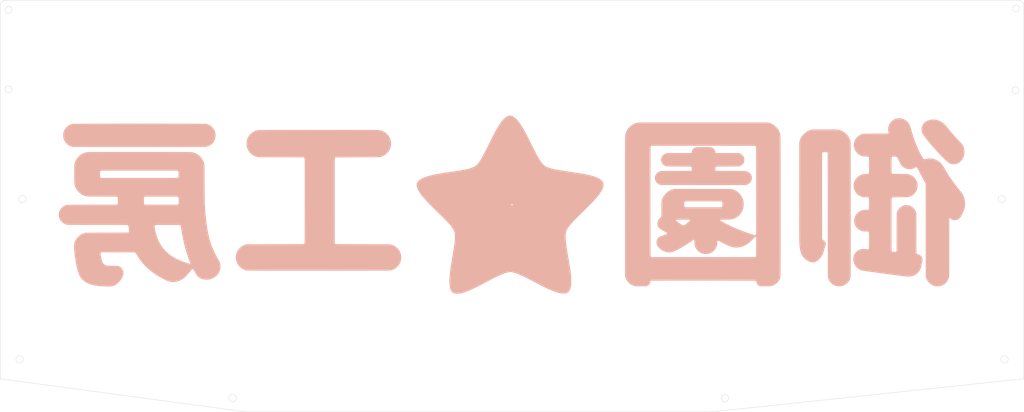
<source format=kicad_pcb>
(kicad_pcb (version 20171130) (host pcbnew "(5.1.5)-3")

  (general
    (thickness 1.6)
    (drawings 20)
    (tracks 1)
    (zones 0)
    (modules 1)
    (nets 1)
  )

  (page A4)
  (layers
    (0 F.Cu signal)
    (31 B.Cu signal)
    (32 B.Adhes user)
    (33 F.Adhes user)
    (34 B.Paste user)
    (35 F.Paste user)
    (36 B.SilkS user)
    (37 F.SilkS user)
    (38 B.Mask user)
    (39 F.Mask user)
    (40 Dwgs.User user)
    (41 Cmts.User user)
    (42 Eco1.User user)
    (43 Eco2.User user)
    (44 Edge.Cuts user)
    (45 Margin user)
    (46 B.CrtYd user)
    (47 F.CrtYd user)
    (48 B.Fab user)
    (49 F.Fab user)
  )

  (setup
    (last_trace_width 0.25)
    (trace_clearance 0.2)
    (zone_clearance 0.508)
    (zone_45_only no)
    (trace_min 0.2)
    (via_size 0.8)
    (via_drill 0.4)
    (via_min_size 0.4)
    (via_min_drill 0.3)
    (uvia_size 0.3)
    (uvia_drill 0.1)
    (uvias_allowed no)
    (uvia_min_size 0.2)
    (uvia_min_drill 0.1)
    (edge_width 0.05)
    (segment_width 0.2)
    (pcb_text_width 0.3)
    (pcb_text_size 1.5 1.5)
    (mod_edge_width 0.12)
    (mod_text_size 1 1)
    (mod_text_width 0.15)
    (pad_size 1.524 1.524)
    (pad_drill 0.762)
    (pad_to_mask_clearance 0)
    (aux_axis_origin 0 0)
    (visible_elements 7FFFEFFF)
    (pcbplotparams
      (layerselection 0x010fc_ffffffff)
      (usegerberextensions false)
      (usegerberattributes true)
      (usegerberadvancedattributes true)
      (creategerberjobfile true)
      (excludeedgelayer true)
      (linewidth 0.100000)
      (plotframeref false)
      (viasonmask false)
      (mode 1)
      (useauxorigin false)
      (hpglpennumber 1)
      (hpglpenspeed 20)
      (hpglpendiameter 15.000000)
      (psnegative false)
      (psa4output false)
      (plotreference true)
      (plotvalue true)
      (plotinvisibletext false)
      (padsonsilk false)
      (subtractmaskfromsilk false)
      (outputformat 1)
      (mirror false)
      (drillshape 0)
      (scaleselection 1)
      (outputdirectory "manu/"))
  )

  (net 0 "")

  (net_class Default "This is the default net class."
    (clearance 0.2)
    (trace_width 0.25)
    (via_dia 0.8)
    (via_drill 0.4)
    (uvia_dia 0.3)
    (uvia_drill 0.1)
  )

  (module bigbargraphics:plategraphic (layer B.Cu) (tedit 0) (tstamp 601A955E)
    (at 160.3375 110.33125 180)
    (fp_text reference G*** (at 0 0) (layer B.SilkS) hide
      (effects (font (size 1.524 1.524) (thickness 0.3)) (justify mirror))
    )
    (fp_text value LOGO (at 0.75 0) (layer B.SilkS) hide
      (effects (font (size 1.524 1.524) (thickness 0.3)) (justify mirror))
    )
    (fp_poly (pts (xy -54.629742 16.546163) (xy -54.302161 16.544478) (xy -53.987909 16.541522) (xy -53.693921 16.537295)
      (xy -53.427134 16.531794) (xy -53.194483 16.525018) (xy -53.002906 16.516967) (xy -52.859337 16.507637)
      (xy -52.770714 16.497029) (xy -52.758763 16.49439) (xy -52.471774 16.38877) (xy -52.212456 16.232056)
      (xy -51.988433 16.031393) (xy -51.80733 15.793922) (xy -51.676772 15.526786) (xy -51.653903 15.459363)
      (xy -51.620536 15.325791) (xy -51.598694 15.187785) (xy -51.59375 15.110172) (xy -51.583146 14.989912)
      (xy -51.547534 14.910453) (xy -51.53025 14.89075) (xy -51.51939 14.880862) (xy -51.505346 14.872057)
      (xy -51.484574 14.864274) (xy -51.453525 14.857448) (xy -51.408654 14.851517) (xy -51.346415 14.846418)
      (xy -51.263262 14.842088) (xy -51.155647 14.838465) (xy -51.020025 14.835486) (xy -50.85285 14.833087)
      (xy -50.650574 14.831205) (xy -50.409652 14.829779) (xy -50.126538 14.828744) (xy -49.797684 14.828039)
      (xy -49.419545 14.8276) (xy -48.988574 14.827364) (xy -48.501225 14.827268) (xy -47.953952 14.827251)
      (xy -47.949171 14.82725) (xy -47.387893 14.827289) (xy -46.886399 14.827287) (xy -46.440973 14.82707)
      (xy -46.0479 14.826463) (xy -45.703464 14.82529) (xy -45.403949 14.823377) (xy -45.145639 14.820549)
      (xy -44.924819 14.81663) (xy -44.737773 14.811446) (xy -44.580785 14.804821) (xy -44.450139 14.796581)
      (xy -44.342119 14.78655) (xy -44.253011 14.774553) (xy -44.179097 14.760415) (xy -44.116663 14.743962)
      (xy -44.061993 14.725017) (xy -44.01137 14.703407) (xy -43.961079 14.678956) (xy -43.907405 14.651488)
      (xy -43.875707 14.63534) (xy -43.746392 14.555195) (xy -43.593637 14.437567) (xy -43.43193 14.295902)
      (xy -43.275762 14.143643) (xy -43.139622 13.994236) (xy -43.038 13.861123) (xy -43.032969 13.853409)
      (xy -42.890717 13.575862) (xy -42.799486 13.271422) (xy -42.759686 12.951549) (xy -42.771728 12.627699)
      (xy -42.836022 12.311332) (xy -42.952976 12.013904) (xy -42.966228 11.988212) (xy -43.073914 11.821836)
      (xy -43.222788 11.643507) (xy -43.396871 11.468912) (xy -43.580183 11.313743) (xy -43.756745 11.19369)
      (xy -43.799125 11.170396) (xy -43.856962 11.139791) (xy -43.908207 11.112494) (xy -43.956627 11.0883)
      (xy -44.005984 11.067005) (xy -44.060044 11.048404) (xy -44.122571 11.032293) (xy -44.19733 11.018467)
      (xy -44.288084 11.00672) (xy -44.398599 10.996849) (xy -44.532638 10.988649) (xy -44.693967 10.981915)
      (xy -44.886348 10.976443) (xy -45.113548 10.972027) (xy -45.37933 10.968463) (xy -45.687459 10.965547)
      (xy -46.041699 10.963074) (xy -46.445814 10.960839) (xy -46.90357 10.958637) (xy -47.41873 10.956264)
      (xy -47.767875 10.954621) (xy -48.315606 10.951946) (xy -48.803417 10.949426) (xy -49.234889 10.946988)
      (xy -49.613602 10.944559) (xy -49.943136 10.942067) (xy -50.227071 10.939439) (xy -50.468987 10.936602)
      (xy -50.672465 10.933484) (xy -50.841085 10.930013) (xy -50.978426 10.926116) (xy -51.08807 10.92172)
      (xy -51.173596 10.916753) (xy -51.238584 10.911143) (xy -51.286614 10.904816) (xy -51.321267 10.8977)
      (xy -51.346123 10.889724) (xy -51.363026 10.881776) (xy -51.45272 10.81849) (xy -51.514748 10.735788)
      (xy -51.553274 10.622385) (xy -51.572464 10.466999) (xy -51.576693 10.302875) (xy -51.569285 10.099778)
      (xy -51.544978 9.948987) (xy -51.500643 9.840822) (xy -51.433156 9.765601) (xy -51.394984 9.740254)
      (xy -51.372871 9.73425) (xy -51.326614 9.728726) (xy -51.253493 9.723648) (xy -51.150786 9.718981)
      (xy -51.01577 9.714688) (xy -50.845724 9.710737) (xy -50.637925 9.707091) (xy -50.389652 9.703715)
      (xy -50.098183 9.700575) (xy -49.760795 9.697635) (xy -49.374767 9.694861) (xy -48.937377 9.692217)
      (xy -48.445903 9.689669) (xy -47.897623 9.687181) (xy -47.289814 9.684718) (xy -46.99 9.683586)
      (xy -42.656125 9.667546) (xy -42.402125 9.58111) (xy -42.106886 9.454118) (xy -41.837826 9.280442)
      (xy -41.583029 9.052202) (xy -41.549554 9.017288) (xy -41.3351 8.759669) (xy -41.177823 8.497617)
      (xy -41.071955 8.218312) (xy -41.011731 7.908931) (xy -41.000843 7.797442) (xy -41.004778 7.447136)
      (xy -41.069963 7.108743) (xy -41.194772 6.788145) (xy -41.352754 6.52524) (xy -41.599643 6.229842)
      (xy -41.8804 5.987768) (xy -42.194124 5.799701) (xy -42.44975 5.694758) (xy -42.46615 5.689679)
      (xy -42.485717 5.684897) (xy -42.510348 5.680403) (xy -42.541938 5.676186) (xy -42.582384 5.672237)
      (xy -42.633581 5.668545) (xy -42.697424 5.6651) (xy -42.775811 5.661894) (xy -42.870636 5.658915)
      (xy -42.983795 5.656154) (xy -43.117185 5.653601) (xy -43.2727 5.651246) (xy -43.452238 5.64908)
      (xy -43.657692 5.647091) (xy -43.89096 5.645271) (xy -44.153937 5.643609) (xy -44.448519 5.642096)
      (xy -44.776602 5.640721) (xy -45.140081 5.639475) (xy -45.540853 5.638347) (xy -45.980813 5.637329)
      (xy -46.461856 5.636409) (xy -46.985879 5.635578) (xy -47.554778 5.634826) (xy -48.170448 5.634144)
      (xy -48.834785 5.63352) (xy -49.549685 5.632946) (xy -50.317044 5.632411) (xy -51.138757 5.631906)
      (xy -52.016721 5.63142) (xy -52.95283 5.630944) (xy -53.948982 5.630468) (xy -54.816375 5.630068)
      (xy -55.882089 5.629609) (xy -56.886097 5.629234) (xy -57.830193 5.628951) (xy -58.716171 5.628763)
      (xy -59.545825 5.628678) (xy -60.320949 5.6287) (xy -61.043338 5.628836) (xy -61.714784 5.62909)
      (xy -62.337082 5.629469) (xy -62.912027 5.629978) (xy -63.441412 5.630622) (xy -63.927031 5.631408)
      (xy -64.370678 5.632341) (xy -64.774147 5.633427) (xy -65.139233 5.634671) (xy -65.467729 5.636079)
      (xy -65.761428 5.637656) (xy -66.022127 5.639408) (xy -66.251617 5.641342) (xy -66.451694 5.643461)
      (xy -66.62415 5.645773) (xy -66.770781 5.648283) (xy -66.893381 5.650995) (xy -66.993742 5.653917)
      (xy -67.07366 5.657053) (xy -67.134929 5.66041) (xy -67.179341 5.663992) (xy -67.208692 5.667806)
      (xy -67.21475 5.668979) (xy -67.526086 5.767364) (xy -67.8223 5.921097) (xy -68.095084 6.12239)
      (xy -68.336126 6.363457) (xy -68.537117 6.636512) (xy -68.689746 6.933767) (xy -68.751202 7.108597)
      (xy -68.812403 7.421987) (xy -68.820933 7.752219) (xy -68.778251 8.082934) (xy -68.685817 8.397776)
      (xy -68.623511 8.539867) (xy -68.542732 8.68514) (xy -68.445738 8.819335) (xy -68.317796 8.961741)
      (xy -68.246981 9.032875) (xy -67.999579 9.253599) (xy -67.757648 9.420137) (xy -67.508029 9.539013)
      (xy -67.237564 9.616749) (xy -66.993695 9.654085) (xy -66.928255 9.657653) (xy -66.803427 9.661102)
      (xy -66.623322 9.664402) (xy -66.392053 9.667528) (xy -66.113731 9.67045) (xy -65.792467 9.673141)
      (xy -65.432373 9.675574) (xy -65.037561 9.67772) (xy -64.612143 9.679552) (xy -64.160231 9.681043)
      (xy -63.685935 9.682164) (xy -63.193369 9.682887) (xy -62.686643 9.683186) (xy -62.680861 9.683186)
      (xy -62.080544 9.683205) (xy -61.540475 9.683187) (xy -61.057401 9.683283) (xy -60.62807 9.683645)
      (xy -60.249231 9.684424) (xy -59.917631 9.685771) (xy -59.630018 9.687839) (xy -59.38314 9.690779)
      (xy -59.173745 9.694742) (xy -58.99858 9.69988) (xy -58.854395 9.706345) (xy -58.737936 9.714287)
      (xy -58.645951 9.723859) (xy -58.575189 9.735211) (xy -58.522398 9.748496) (xy -58.484324 9.763865)
      (xy -58.457717 9.78147) (xy -58.439323 9.801461) (xy -58.425891 9.823991) (xy -58.41417 9.849211)
      (xy -58.400905 9.877273) (xy -58.398056 9.882725) (xy -58.369783 9.955444) (xy -58.352549 10.054129)
      (xy -58.344492 10.193066) (xy -58.343287 10.302875) (xy -58.349852 10.500696) (xy -58.372288 10.647343)
      (xy -58.414714 10.754045) (xy -58.481243 10.832031) (xy -58.555475 10.881776) (xy -58.575269 10.890909)
      (xy -58.601785 10.899046) (xy -58.63875 10.906267) (xy -58.68989 10.912652) (xy -58.758931 10.918283)
      (xy -58.849599 10.92324) (xy -58.965619 10.927603) (xy -59.110717 10.931455) (xy -59.288619 10.934874)
      (xy -59.503051 10.937943) (xy -59.757739 10.940741) (xy -60.056409 10.94335) (xy -60.402785 10.945851)
      (xy -60.800596 10.948323) (xy -61.253565 10.950847) (xy -61.765419 10.953506) (xy -61.896625 10.954168)
      (xy -62.423133 10.956868) (xy -62.889961 10.95941) (xy -63.300931 10.961881) (xy -63.659864 10.964362)
      (xy -63.97058 10.966939) (xy -64.236899 10.969696) (xy -64.462643 10.972716) (xy -64.651632 10.976082)
      (xy -64.807687 10.97988) (xy -64.934628 10.984193) (xy -65.036277 10.989105) (xy -65.116453 10.9947)
      (xy -65.178977 11.001062) (xy -65.227671 11.008274) (xy -65.266354 11.016421) (xy -65.298848 11.025587)
      (xy -65.30975 11.029147) (xy -65.64701 11.171798) (xy -65.941341 11.357875) (xy -66.189473 11.585128)
      (xy -66.284922 11.699875) (xy -66.444139 11.940043) (xy -66.555868 12.18597) (xy -66.624594 12.452003)
      (xy -66.6548 12.752488) (xy -66.657087 12.8905) (xy -66.63706 13.20869) (xy -66.576018 13.489886)
      (xy -66.468726 13.746506) (xy -66.309945 13.99097) (xy -66.094438 14.235696) (xy -66.086292 14.243927)
      (xy -65.946928 14.378049) (xy -65.826083 14.477339) (xy -65.703145 14.556974) (xy -65.561967 14.630004)
      (xy -65.419867 14.692718) (xy -65.276145 14.747653) (xy -65.155702 14.785531) (xy -65.125625 14.79264)
      (xy -65.065458 14.799108) (xy -64.950617 14.804881) (xy -64.780167 14.809969) (xy -64.553169 14.814381)
      (xy -64.268686 14.818128) (xy -63.925781 14.821217) (xy -63.523516 14.82366) (xy -63.060954 14.825465)
      (xy -62.537157 14.826641) (xy -61.951188 14.827199) (xy -61.690488 14.82725) (xy -58.423601 14.82725)
      (xy -58.374176 14.897815) (xy -58.343051 14.97473) (xy -58.326004 15.081389) (xy -58.32475 15.117236)
      (xy -58.294074 15.375605) (xy -58.206299 15.625216) (xy -58.067811 15.85882) (xy -57.884995 16.069168)
      (xy -57.664234 16.249012) (xy -57.411914 16.391101) (xy -57.134418 16.488187) (xy -57.112693 16.49347)
      (xy -57.033309 16.504407) (xy -56.897893 16.514089) (xy -56.713382 16.522513) (xy -56.48671 16.529679)
      (xy -56.224815 16.535585) (xy -55.934631 16.54023) (xy -55.623096 16.543611) (xy -55.297146 16.545728)
      (xy -54.963716 16.546579) (xy -54.629742 16.546163)) (layer B.SilkS) (width 0.01))
    (fp_poly (pts (xy 108.140113 23.261371) (xy 109.095859 23.261186) (xy 110.046746 23.260898) (xy 110.990637 23.260505)
      (xy 111.925397 23.260009) (xy 112.848888 23.259409) (xy 113.758975 23.258704) (xy 114.653522 23.257896)
      (xy 115.530391 23.256984) (xy 116.387448 23.255968) (xy 117.222556 23.254848) (xy 118.033578 23.253624)
      (xy 118.818379 23.252296) (xy 119.574822 23.250864) (xy 120.300771 23.249328) (xy 120.994089 23.247688)
      (xy 121.652641 23.245945) (xy 122.274291 23.244097) (xy 122.856901 23.242145) (xy 123.398336 23.24009)
      (xy 123.896459 23.23793) (xy 124.349135 23.235667) (xy 124.754227 23.233299) (xy 125.109599 23.230828)
      (xy 125.413115 23.228252) (xy 125.662638 23.225573) (xy 125.856032 23.22279) (xy 125.991161 23.219903)
      (xy 126.065889 23.216911) (xy 126.07925 23.21553) (xy 126.521607 23.096539) (xy 126.93381 22.922509)
      (xy 127.317013 22.692694) (xy 127.672373 22.406349) (xy 128.001044 22.062725) (xy 128.148189 21.879168)
      (xy 128.368074 21.538936) (xy 128.543274 21.160432) (xy 128.671129 20.75299) (xy 128.748977 20.325944)
      (xy 128.774156 19.888629) (xy 128.768382 19.704081) (xy 128.729197 19.318383) (xy 128.655756 18.969315)
      (xy 128.542581 18.636907) (xy 128.384197 18.301187) (xy 128.383231 18.29937) (xy 128.140723 17.905836)
      (xy 127.857288 17.560514) (xy 127.532264 17.262873) (xy 127.164987 17.012382) (xy 126.754795 16.808512)
      (xy 126.334429 16.660349) (xy 126.095125 16.59042) (xy 107.013375 16.586626) (xy 105.914611 16.58643)
      (xy 104.831403 16.58628) (xy 103.765495 16.586175) (xy 102.718633 16.586115) (xy 101.692562 16.586099)
      (xy 100.689028 16.586126) (xy 99.709776 16.586195) (xy 98.756551 16.586305) (xy 97.8311 16.586455)
      (xy 96.935168 16.586645) (xy 96.0705 16.586874) (xy 95.238841 16.58714) (xy 94.441937 16.587443)
      (xy 93.681534 16.587781) (xy 92.959377 16.588155) (xy 92.277211 16.588564) (xy 91.636781 16.589005)
      (xy 91.039835 16.589479) (xy 90.488116 16.589985) (xy 89.98337 16.590521) (xy 89.527343 16.591087)
      (xy 89.12178 16.591683) (xy 88.768427 16.592306) (xy 88.469029 16.592957) (xy 88.225331 16.593634)
      (xy 88.03908 16.594336) (xy 87.91202 16.595064) (xy 87.845897 16.595815) (xy 87.836375 16.596175)
      (xy 87.468201 16.675497) (xy 87.09425 16.807473) (xy 86.729045 16.98459) (xy 86.387109 17.199335)
      (xy 86.082965 17.444194) (xy 85.955713 17.569111) (xy 85.665414 17.919744) (xy 85.428529 18.301616)
      (xy 85.246278 18.709797) (xy 85.119883 19.139358) (xy 85.050564 19.585369) (xy 85.039542 20.042901)
      (xy 85.088038 20.507026) (xy 85.152619 20.812125) (xy 85.286465 21.211553) (xy 85.476423 21.590425)
      (xy 85.717034 21.9437) (xy 86.002835 22.266339) (xy 86.328365 22.553302) (xy 86.688161 22.799547)
      (xy 87.076762 23.000036) (xy 87.488706 23.149727) (xy 87.757 23.21553) (xy 87.803817 23.218568)
      (xy 87.911998 23.221502) (xy 88.079407 23.224332) (xy 88.303906 23.227058) (xy 88.583361 23.22968)
      (xy 88.915635 23.232199) (xy 89.298591 23.234613) (xy 89.730093 23.236923) (xy 90.208006 23.23913)
      (xy 90.730192 23.241232) (xy 91.294516 23.243231) (xy 91.898842 23.245125) (xy 92.541033 23.246916)
      (xy 93.218952 23.248602) (xy 93.930465 23.250185) (xy 94.673433 23.251664) (xy 95.445723 23.253039)
      (xy 96.245196 23.254309) (xy 97.069717 23.255476) (xy 97.917149 23.256539) (xy 98.785357 23.257498)
      (xy 99.672205 23.258353) (xy 100.575555 23.259104) (xy 101.493271 23.259751) (xy 102.423219 23.260295)
      (xy 103.36326 23.260734) (xy 104.31126 23.261069) (xy 105.265081 23.2613) (xy 106.222588 23.261428)
      (xy 107.181644 23.261451) (xy 108.140113 23.261371)) (layer B.SilkS) (width 0.01))
    (fp_poly (pts (xy -120.529148 24.452162) (xy -120.046965 24.380776) (xy -119.861944 24.336222) (xy -119.410788 24.196275)
      (xy -119.01542 24.03117) (xy -118.671914 23.837353) (xy -118.376346 23.611272) (xy -118.124792 23.349374)
      (xy -117.913328 23.048105) (xy -117.738028 22.703913) (xy -117.59497 22.313245) (xy -117.582627 22.272625)
      (xy -117.54565 22.139905) (xy -117.520733 22.021945) (xy -117.505464 21.899273) (xy -117.497433 21.752416)
      (xy -117.494229 21.561901) (xy -117.494203 21.55825) (xy -117.4974 21.335242) (xy -117.512702 21.134855)
      (xy -117.543656 20.948829) (xy -117.593809 20.7689) (xy -117.666706 20.58681) (xy -117.765893 20.394295)
      (xy -117.894918 20.183096) (xy -118.057326 19.944949) (xy -118.256664 19.671595) (xy -118.367211 19.52452)
      (xy -119.093797 18.586625) (xy -119.850356 17.652102) (xy -120.629491 16.729216) (xy -121.4238 15.826234)
      (xy -122.225886 14.951418) (xy -123.02835 14.113035) (xy -123.823791 13.319349) (xy -124.49175 12.683351)
      (xy -124.722792 12.470227) (xy -124.916599 12.296395) (xy -125.080906 12.156312) (xy -125.223447 12.044435)
      (xy -125.351956 11.955223) (xy -125.474167 11.883131) (xy -125.597814 11.822619) (xy -125.730632 11.768143)
      (xy -125.809375 11.739111) (xy -126.152416 11.642659) (xy -126.503287 11.59856) (xy -126.874073 11.605852)
      (xy -127.11434 11.63499) (xy -127.550874 11.731113) (xy -127.949834 11.878238) (xy -128.311776 12.076783)
      (xy -128.637261 12.327164) (xy -128.926848 12.629796) (xy -129.181094 12.985097) (xy -129.359289 13.307269)
      (xy -129.523578 13.677124) (xy -129.645691 14.040201) (xy -129.729101 14.412214) (xy -129.777286 14.808877)
      (xy -129.79372 15.245904) (xy -129.793772 15.27175) (xy -129.77953 15.642149) (xy -129.733516 15.979384)
      (xy -129.651175 16.307662) (xy -129.539816 16.621591) (xy -129.457057 16.816785) (xy -129.36742 16.998732)
      (xy -129.265405 17.174838) (xy -129.145513 17.35251) (xy -129.002248 17.539153) (xy -128.83011 17.742173)
      (xy -128.623602 17.968977) (xy -128.377225 18.22697) (xy -128.255533 18.3515) (xy -128.013203 18.598515)
      (xy -127.807737 18.808987) (xy -127.631187 18.991359) (xy -127.4756 19.154076) (xy -127.333026 19.305579)
      (xy -127.195513 19.454313) (xy -127.055111 19.608721) (xy -126.90387 19.777246) (xy -126.74794 19.95244)
      (xy -126.358299 20.398447) (xy -125.959251 20.868427) (xy -125.565899 21.344186) (xy -125.193344 21.807532)
      (xy -124.95369 22.113875) (xy -124.620432 22.52778) (xy -124.303299 22.884766) (xy -123.998834 23.188321)
      (xy -123.70358 23.441932) (xy -123.464662 23.615913) (xy -122.987281 23.902448) (xy -122.500639 24.131021)
      (xy -122.00812 24.300955) (xy -121.51311 24.411575) (xy -121.018991 24.462203) (xy -120.529148 24.452162)) (layer B.SilkS) (width 0.01))
    (fp_poly (pts (xy 48.54508 21.45838) (xy 49.633069 21.4582) (xy 50.780926 21.457885) (xy 51.989411 21.457434)
      (xy 53.259284 21.45685) (xy 54.591304 21.456133) (xy 55.673625 21.455483) (xy 56.926286 21.454688)
      (xy 58.117026 21.453907) (xy 59.247424 21.453136) (xy 60.319057 21.452368) (xy 61.333505 21.451598)
      (xy 62.292345 21.45082) (xy 63.197157 21.450028) (xy 64.04952 21.449217) (xy 64.851011 21.448382)
      (xy 65.603209 21.447515) (xy 66.307694 21.446613) (xy 66.966043 21.445669) (xy 67.579835 21.444676)
      (xy 68.150649 21.443631) (xy 68.680064 21.442527) (xy 69.169657 21.441358) (xy 69.621008 21.440119)
      (xy 70.035696 21.438803) (xy 70.415298 21.437406) (xy 70.761393 21.435922) (xy 71.07556 21.434345)
      (xy 71.359378 21.432669) (xy 71.614425 21.430888) (xy 71.84228 21.428998) (xy 72.044521 21.426991)
      (xy 72.222727 21.424864) (xy 72.378477 21.422609) (xy 72.513349 21.420221) (xy 72.628921 21.417695)
      (xy 72.726773 21.415025) (xy 72.808483 21.412205) (xy 72.875629 21.40923) (xy 72.929791 21.406093)
      (xy 72.972546 21.40279) (xy 73.005474 21.399314) (xy 73.030152 21.39566) (xy 73.043278 21.393013)
      (xy 73.536626 21.247797) (xy 74.001063 21.047172) (xy 74.433137 20.793699) (xy 74.829394 20.489942)
      (xy 75.186382 20.138464) (xy 75.500648 19.741827) (xy 75.706027 19.416618) (xy 75.894589 19.024895)
      (xy 76.03618 18.599293) (xy 76.129653 18.14989) (xy 76.17386 17.686767) (xy 76.167655 17.220004)
      (xy 76.109887 16.759681) (xy 76.042417 16.46229) (xy 75.895846 16.038422) (xy 75.689747 15.62493)
      (xy 75.427967 15.228252) (xy 75.114356 14.854831) (xy 75.028872 14.766433) (xy 74.652324 14.428217)
      (xy 74.253474 14.149252) (xy 73.830488 13.928683) (xy 73.381535 13.765651) (xy 72.904784 13.659298)
      (xy 72.5805 13.620272) (xy 72.50719 13.616859) (xy 72.372939 13.613587) (xy 72.180302 13.61047)
      (xy 71.931837 13.607518) (xy 71.630101 13.604744) (xy 71.277651 13.602161) (xy 70.877046 13.599779)
      (xy 70.430841 13.597611) (xy 69.941594 13.595668) (xy 69.411863 13.593964) (xy 68.844205 13.59251)
      (xy 68.241176 13.591317) (xy 67.605335 13.590398) (xy 66.939238 13.589765) (xy 66.245444 13.58943)
      (xy 65.992375 13.589384) (xy 65.253383 13.589298) (xy 64.575233 13.589177) (xy 63.955263 13.588994)
      (xy 63.390814 13.588725) (xy 62.879226 13.588342) (xy 62.417841 13.587821) (xy 62.003998 13.587136)
      (xy 61.635037 13.586261) (xy 61.3083 13.585169) (xy 61.021125 13.583836) (xy 60.770855 13.582235)
      (xy 60.554829 13.580341) (xy 60.370387 13.578128) (xy 60.21487 13.57557) (xy 60.085619 13.572641)
      (xy 59.979973 13.569316) (xy 59.895273 13.565569) (xy 59.82886 13.561373) (xy 59.778073 13.556703)
      (xy 59.740254 13.551534) (xy 59.712742 13.54584) (xy 59.692878 13.539594) (xy 59.678003 13.532771)
      (xy 59.669839 13.52807) (xy 59.575807 13.437647) (xy 59.518342 13.329751) (xy 59.513855 13.314555)
      (xy 59.509638 13.292212) (xy 59.505684 13.260846) (xy 59.501987 13.218581) (xy 59.49854 13.16354)
      (xy 59.495336 13.093847) (xy 59.492369 13.007627) (xy 59.489633 12.903003) (xy 59.487119 12.7781)
      (xy 59.484823 12.63104) (xy 59.482737 12.459948) (xy 59.480855 12.262948) (xy 59.47917 12.038164)
      (xy 59.477675 11.783719) (xy 59.476364 11.497737) (xy 59.47523 11.178343) (xy 59.474267 10.82366)
      (xy 59.473468 10.431812) (xy 59.472825 10.000923) (xy 59.472334 9.529117) (xy 59.471986 9.014518)
      (xy 59.471776 8.455249) (xy 59.471697 7.849435) (xy 59.471742 7.1952) (xy 59.471904 6.490666)
      (xy 59.472177 5.733959) (xy 59.472554 4.923202) (xy 59.473029 4.056519) (xy 59.473595 3.132033)
      (xy 59.474246 2.14787) (xy 59.474974 1.102152) (xy 59.475002 1.062228) (xy 59.475755 0.017034)
      (xy 59.476489 -0.966541) (xy 59.477214 -1.890379) (xy 59.47794 -2.756361) (xy 59.478677 -3.566368)
      (xy 59.479436 -4.322282) (xy 59.480225 -5.025983) (xy 59.481055 -5.679353) (xy 59.481936 -6.284273)
      (xy 59.482877 -6.842625) (xy 59.48389 -7.356289) (xy 59.484983 -7.827148) (xy 59.486166 -8.257082)
      (xy 59.48745 -8.647973) (xy 59.488844 -9.001702) (xy 59.490358 -9.32015) (xy 59.492003 -9.605198)
      (xy 59.493788 -9.858728) (xy 59.495723 -10.082622) (xy 59.497818 -10.278759) (xy 59.500083 -10.449022)
      (xy 59.502528 -10.595292) (xy 59.505163 -10.719451) (xy 59.507997 -10.823378) (xy 59.511042 -10.908957)
      (xy 59.514305 -10.978067) (xy 59.517799 -11.032591) (xy 59.521532 -11.07441) (xy 59.525514 -11.105404)
      (xy 59.529755 -11.127455) (xy 59.534266 -11.142445) (xy 59.539057 -11.152254) (xy 59.539486 -11.152924)
      (xy 59.607482 -11.228148) (xy 59.694909 -11.292555) (xy 59.698236 -11.294401) (xy 59.711218 -11.30027)
      (xy 59.729448 -11.30573) (xy 59.755228 -11.310801) (xy 59.790865 -11.315504) (xy 59.838662 -11.319859)
      (xy 59.900923 -11.323886) (xy 59.979954 -11.327605) (xy 60.078057 -11.331037) (xy 60.197539 -11.334203)
      (xy 60.340703 -11.337121) (xy 60.509853 -11.339814) (xy 60.707295 -11.3423) (xy 60.935331 -11.344601)
      (xy 61.196268 -11.346737) (xy 61.492409 -11.348727) (xy 61.826058 -11.350593) (xy 62.19952 -11.352355)
      (xy 62.6151 -11.354032) (xy 63.075101 -11.355646) (xy 63.581828 -11.357216) (xy 64.137586 -11.358763)
      (xy 64.744679 -11.360307) (xy 65.405411 -11.361869) (xy 66.122086 -11.363468) (xy 66.89701 -11.365126)
      (xy 67.732486 -11.366861) (xy 67.97675 -11.367362) (xy 76.152375 -11.3841) (xy 76.403238 -11.45487)
      (xy 76.81085 -11.588054) (xy 77.172549 -11.747647) (xy 77.503408 -11.94236) (xy 77.818497 -12.180902)
      (xy 78.090774 -12.430125) (xy 78.360435 -12.714402) (xy 78.581634 -12.991686) (xy 78.765425 -13.277117)
      (xy 78.902687 -13.542123) (xy 79.060777 -13.950078) (xy 79.169849 -14.387728) (xy 79.229562 -14.84399)
      (xy 79.239575 -15.307782) (xy 79.199546 -15.768021) (xy 79.109136 -16.213625) (xy 78.995688 -16.56416)
      (xy 78.807503 -16.96775) (xy 78.565052 -17.35113) (xy 78.275472 -17.707567) (xy 77.9459 -18.030329)
      (xy 77.583476 -18.312684) (xy 77.195335 -18.5479) (xy 76.788617 -18.729245) (xy 76.649948 -18.776622)
      (xy 76.614262 -18.788477) (xy 76.58311 -18.799797) (xy 76.555027 -18.810593) (xy 76.528548 -18.820878)
      (xy 76.502208 -18.830664) (xy 76.474541 -18.839963) (xy 76.444083 -18.848787) (xy 76.409368 -18.857149)
      (xy 76.36893 -18.86506) (xy 76.321305 -18.872532) (xy 76.265028 -18.879579) (xy 76.198633 -18.886211)
      (xy 76.120655 -18.892441) (xy 76.029628 -18.898281) (xy 75.924088 -18.903743) (xy 75.80257 -18.90884)
      (xy 75.663607 -18.913583) (xy 75.505735 -18.917985) (xy 75.327489 -18.922058) (xy 75.127404 -18.925813)
      (xy 74.904013 -18.929264) (xy 74.655853 -18.932421) (xy 74.381457 -18.935298) (xy 74.07936 -18.937906)
      (xy 73.748098 -18.940257) (xy 73.386206 -18.942364) (xy 72.992216 -18.944239) (xy 72.564666 -18.945894)
      (xy 72.102089 -18.947341) (xy 71.60302 -18.948592) (xy 71.065994 -18.949659) (xy 70.489546 -18.950554)
      (xy 69.87221 -18.95129) (xy 69.212522 -18.951879) (xy 68.509015 -18.952332) (xy 67.760226 -18.952662)
      (xy 66.964688 -18.952882) (xy 66.120936 -18.953002) (xy 65.227506 -18.953036) (xy 64.282932 -18.952995)
      (xy 63.285748 -18.952891) (xy 62.23449 -18.952737) (xy 61.127692 -18.952545) (xy 59.963889 -18.952327)
      (xy 58.741616 -18.952095) (xy 57.459407 -18.951861) (xy 56.115798 -18.951637) (xy 55.514875 -18.951547)
      (xy 54.126479 -18.951328) (xy 52.800221 -18.951082) (xy 51.534738 -18.950807) (xy 50.32867 -18.950498)
      (xy 49.180653 -18.950153) (xy 48.089325 -18.949769) (xy 47.053324 -18.949343) (xy 46.071289 -18.948871)
      (xy 45.141857 -18.948351) (xy 44.263665 -18.94778) (xy 43.435353 -18.947154) (xy 42.655557 -18.946471)
      (xy 41.922915 -18.945727) (xy 41.236066 -18.944919) (xy 40.593648 -18.944045) (xy 39.994297 -18.943101)
      (xy 39.436652 -18.942084) (xy 38.919352 -18.940991) (xy 38.441033 -18.939819) (xy 38.000334 -18.938565)
      (xy 37.595892 -18.937225) (xy 37.226346 -18.935798) (xy 36.890334 -18.93428) (xy 36.586492 -18.932667)
      (xy 36.31346 -18.930956) (xy 36.069874 -18.929146) (xy 35.854373 -18.927232) (xy 35.665595 -18.925211)
      (xy 35.502178 -18.92308) (xy 35.362759 -18.920837) (xy 35.245976 -18.918479) (xy 35.150468 -18.916001)
      (xy 35.074872 -18.913402) (xy 35.017825 -18.910677) (xy 34.977967 -18.907825) (xy 34.95675 -18.905324)
      (xy 34.48295 -18.797995) (xy 34.033133 -18.633349) (xy 33.611324 -18.414352) (xy 33.22155 -18.143971)
      (xy 32.867836 -17.825171) (xy 32.554208 -17.460918) (xy 32.284692 -17.054177) (xy 32.179468 -16.85925)
      (xy 32.021344 -16.503188) (xy 31.90851 -16.14596) (xy 31.837515 -15.772187) (xy 31.804906 -15.366488)
      (xy 31.801828 -15.1765) (xy 31.821896 -14.720496) (xy 31.883284 -14.30275) (xy 31.988659 -13.911137)
      (xy 32.140688 -13.533534) (xy 32.181889 -13.44868) (xy 32.414206 -13.050832) (xy 32.695944 -12.681339)
      (xy 33.019843 -12.346647) (xy 33.378641 -12.053202) (xy 33.765076 -11.807449) (xy 34.171887 -11.615834)
      (xy 34.299514 -11.568944) (xy 34.354208 -11.549545) (xy 34.402616 -11.531564) (xy 34.447183 -11.514941)
      (xy 34.490352 -11.49962) (xy 34.534567 -11.48554) (xy 34.582272 -11.472646) (xy 34.635911 -11.460877)
      (xy 34.697929 -11.450176) (xy 34.770768 -11.440485) (xy 34.856873 -11.431746) (xy 34.958688 -11.4239)
      (xy 35.078656 -11.416889) (xy 35.219222 -11.410655) (xy 35.38283 -11.40514) (xy 35.571922 -11.400286)
      (xy 35.788944 -11.396034) (xy 36.03634 -11.392326) (xy 36.316552 -11.389104) (xy 36.632025 -11.386309)
      (xy 36.985204 -11.383885) (xy 37.378531 -11.381772) (xy 37.814451 -11.379912) (xy 38.295407 -11.378246)
      (xy 38.823845 -11.376718) (xy 39.402206 -11.375268) (xy 40.032936 -11.373839) (xy 40.718479 -11.372372)
      (xy 41.461277 -11.370809) (xy 42.263776 -11.369091) (xy 42.7355 -11.368051) (xy 43.573954 -11.366219)
      (xy 44.351249 -11.364571) (xy 45.069728 -11.363049) (xy 45.73173 -11.361594) (xy 46.339597 -11.360148)
      (xy 46.895671 -11.358651) (xy 47.402292 -11.357044) (xy 47.861802 -11.355269) (xy 48.276541 -11.353267)
      (xy 48.648851 -11.350979) (xy 48.981074 -11.348346) (xy 49.275549 -11.345309) (xy 49.534619 -11.341809)
      (xy 49.760624 -11.337787) (xy 49.955905 -11.333186) (xy 50.122805 -11.327944) (xy 50.263664 -11.322005)
      (xy 50.380822 -11.315309) (xy 50.476622 -11.307796) (xy 50.553404 -11.299409) (xy 50.61351 -11.290088)
      (xy 50.65928 -11.279775) (xy 50.693057 -11.26841) (xy 50.71718 -11.255935) (xy 50.733992 -11.242291)
      (xy 50.745833 -11.227418) (xy 50.755044 -11.211259) (xy 50.763967 -11.193754) (xy 50.774943 -11.174845)
      (xy 50.781269 -11.165735) (xy 50.847625 -11.076095) (xy 50.855725 1.062953) (xy 50.856411 2.145472)
      (xy 50.856978 3.166115) (xy 50.857423 4.126506) (xy 50.85774 5.028268) (xy 50.857927 5.873025)
      (xy 50.857979 6.662402) (xy 50.857891 7.398021) (xy 50.857659 8.081506) (xy 50.85728 8.714482)
      (xy 50.856748 9.298572) (xy 50.85606 9.8354) (xy 50.855212 10.32659) (xy 50.854199 10.773765)
      (xy 50.853017 11.17855) (xy 50.851663 11.542567) (xy 50.85013 11.867442) (xy 50.848417 12.154796)
      (xy 50.846517 12.406256) (xy 50.844428 12.623443) (xy 50.842145 12.807982) (xy 50.839663 12.961497)
      (xy 50.836979 13.085612) (xy 50.834088 13.18195) (xy 50.830986 13.252134) (xy 50.827669 13.29779)
      (xy 50.824133 13.32054) (xy 50.823975 13.321031) (xy 50.773586 13.418699) (xy 50.703233 13.499699)
      (xy 50.694495 13.506593) (xy 50.604865 13.573125) (xy 44.376245 13.591167) (xy 43.626422 13.593299)
      (xy 42.937327 13.595227) (xy 42.306185 13.59703) (xy 41.730223 13.598792) (xy 41.20667 13.600595)
      (xy 40.732752 13.602518) (xy 40.305697 13.604646) (xy 39.922731 13.607059) (xy 39.581082 13.60984)
      (xy 39.277977 13.613069) (xy 39.010643 13.61683) (xy 38.776307 13.621203) (xy 38.572197 13.62627)
      (xy 38.39554 13.632114) (xy 38.243562 13.638816) (xy 38.113491 13.646458) (xy 38.002555 13.655122)
      (xy 37.90798 13.664889) (xy 37.826993 13.675841) (xy 37.756822 13.688061) (xy 37.694694 13.70163)
      (xy 37.637836 13.716629) (xy 37.583476 13.733141) (xy 37.52884 13.751247) (xy 37.471155 13.771029)
      (xy 37.407649 13.792569) (xy 37.393808 13.797161) (xy 36.966228 13.970746) (xy 36.554325 14.202235)
      (xy 36.164803 14.486667) (xy 35.804366 14.819084) (xy 35.479717 15.194526) (xy 35.447262 15.237196)
      (xy 35.190977 15.630144) (xy 34.9883 16.050915) (xy 34.839424 16.492987) (xy 34.744545 16.949839)
      (xy 34.703859 17.414951) (xy 34.71756 17.881801) (xy 34.785844 18.343867) (xy 34.908905 18.794629)
      (xy 35.086941 19.227566) (xy 35.315741 19.629485) (xy 35.620188 20.038837) (xy 35.961979 20.401102)
      (xy 36.337261 20.713866) (xy 36.742185 20.974709) (xy 37.1729 21.181216) (xy 37.625553 21.330969)
      (xy 38.096294 21.421551) (xy 38.187436 21.43187) (xy 38.23763 21.434623) (xy 38.332495 21.437219)
      (xy 38.472792 21.439659) (xy 38.659279 21.441945) (xy 38.892718 21.444078) (xy 39.173867 21.446059)
      (xy 39.503486 21.447889) (xy 39.882336 21.449568) (xy 40.311176 21.451098) (xy 40.790766 21.45248)
      (xy 41.321866 21.453715) (xy 41.905236 21.454804) (xy 42.541635 21.455748) (xy 43.231823 21.456548)
      (xy 43.976561 21.457205) (xy 44.776607 21.45772) (xy 45.632723 21.458094) (xy 46.545667 21.458327)
      (xy 47.516199 21.458423) (xy 48.54508 21.45838)) (layer B.SilkS) (width 0.01))
    (fp_poly (pts (xy -45.370709 23.617512) (xy -44.434603 23.617313) (xy -43.554478 23.616987) (xy -42.729498 23.616532)
      (xy -41.958829 23.615949) (xy -41.241635 23.615235) (xy -40.57708 23.614391) (xy -39.964328 23.613413)
      (xy -39.402545 23.612303) (xy -38.890895 23.611058) (xy -38.428543 23.609677) (xy -38.014653 23.60816)
      (xy -37.64839 23.606505) (xy -37.328918 23.604711) (xy -37.055401 23.602777) (xy -36.827006 23.600702)
      (xy -36.642895 23.598484) (xy -36.502233 23.596124) (xy -36.404186 23.593619) (xy -36.347918 23.590969)
      (xy -36.341494 23.590411) (xy -35.861314 23.518743) (xy -35.416132 23.402133) (xy -34.998355 23.236964)
      (xy -34.600387 23.019617) (xy -34.214633 22.746474) (xy -33.833499 22.413916) (xy -33.795738 22.377632)
      (xy -33.648443 22.23003) (xy -33.498556 22.071327) (xy -33.360877 21.917735) (xy -33.250202 21.785465)
      (xy -33.221743 21.74875) (xy -33.059128 21.509103) (xy -32.901243 21.232937) (xy -32.759282 20.942498)
      (xy -32.644439 20.660026) (xy -32.590606 20.494625) (xy -32.578919 20.455671) (xy -32.567763 20.421228)
      (xy -32.557126 20.389816) (xy -32.546996 20.359958) (xy -32.537361 20.330175) (xy -32.528209 20.298989)
      (xy -32.51953 20.264921) (xy -32.51131 20.226492) (xy -32.503539 20.182224) (xy -32.496205 20.130639)
      (xy -32.489295 20.070258) (xy -32.482799 19.999602) (xy -32.476704 19.917193) (xy -32.471 19.821553)
      (xy -32.465673 19.711202) (xy -32.460712 19.584663) (xy -32.456106 19.440456) (xy -32.451844 19.277104)
      (xy -32.447912 19.093128) (xy -32.444299 18.88705) (xy -32.440995 18.65739) (xy -32.437986 18.40267)
      (xy -32.435262 18.121412) (xy -32.432811 17.812137) (xy -32.43062 17.473367) (xy -32.428678 17.103623)
      (xy -32.426974 16.701427) (xy -32.425496 16.265301) (xy -32.424231 15.793764) (xy -32.423169 15.28534)
      (xy -32.422297 14.73855) (xy -32.421604 14.151915) (xy -32.421078 13.523956) (xy -32.420708 12.853195)
      (xy -32.420481 12.138154) (xy -32.420386 11.377355) (xy -32.420411 10.569317) (xy -32.420545 9.712564)
      (xy -32.420776 8.805616) (xy -32.421091 7.846995) (xy -32.42148 6.835222) (xy -32.421931 5.76882)
      (xy -32.422431 4.646309) (xy -32.42297 3.466211) (xy -32.423535 2.227047) (xy -32.424114 0.927339)
      (xy -32.424697 -0.433311) (xy -32.43304 -20.462875) (xy -32.504573 -20.728092) (xy -32.633816 -21.135809)
      (xy -32.792515 -21.49858) (xy -32.989273 -21.831431) (xy -33.232689 -22.149393) (xy -33.458059 -22.394279)
      (xy -33.786598 -22.696399) (xy -34.125098 -22.942135) (xy -34.484526 -23.138593) (xy -34.810028 -23.270521)
      (xy -34.937084 -23.313636) (xy -35.055355 -23.349833) (xy -35.171771 -23.379711) (xy -35.29326 -23.403869)
      (xy -35.426751 -23.422907) (xy -35.579173 -23.437424) (xy -35.757455 -23.44802) (xy -35.968524 -23.455294)
      (xy -36.219311 -23.459845) (xy -36.516743 -23.462274) (xy -36.867749 -23.463179) (xy -37.037706 -23.46325)
      (xy -37.376914 -23.463075) (xy -37.658931 -23.462393) (xy -37.890067 -23.460966) (xy -38.07663 -23.458558)
      (xy -38.224928 -23.45493) (xy -38.341272 -23.449845) (xy -38.43197 -23.443067) (xy -38.50333 -23.434357)
      (xy -38.561661 -23.423479) (xy -38.613273 -23.410195) (xy -38.636863 -23.403097) (xy -38.881 -23.301602)
      (xy -39.107558 -23.151851) (xy -39.314366 -22.960937) (xy -39.503793 -22.721228) (xy -39.634935 -22.461933)
      (xy -39.706046 -22.187182) (xy -39.71925 -22.002304) (xy -39.730872 -21.905219) (xy -39.770035 -21.851529)
      (xy -39.780663 -21.845117) (xy -39.817449 -21.842239) (xy -39.915233 -21.839486) (xy -40.071633 -21.836856)
      (xy -40.284269 -21.83435) (xy -40.550758 -21.831966) (xy -40.868719 -21.829704) (xy -41.235771 -21.827563)
      (xy -41.649532 -21.825544) (xy -42.10762 -21.823644) (xy -42.607655 -21.821865) (xy -43.147254 -21.820205)
      (xy -43.724037 -21.818664) (xy -44.335621 -21.817241) (xy -44.979626 -21.815936) (xy -45.65367 -21.814748)
      (xy -46.35537 -21.813676) (xy -47.082347 -21.812721) (xy -47.832218 -21.811881) (xy -48.602601 -21.811157)
      (xy -49.391116 -21.810547) (xy -50.195381 -21.81005) (xy -51.013014 -21.809668) (xy -51.841634 -21.809398)
      (xy -52.67886 -21.80924) (xy -53.522309 -21.809194) (xy -54.369601 -21.80926) (xy -55.218354 -21.809436)
      (xy -56.066187 -21.809723) (xy -56.910717 -21.810119) (xy -57.749564 -21.810624) (xy -58.580346 -21.811238)
      (xy -59.400682 -21.81196) (xy -60.208189 -21.812789) (xy -61.000487 -21.813725) (xy -61.775195 -21.814768)
      (xy -62.529929 -21.815917) (xy -63.26231 -21.817171) (xy -63.969956 -21.818529) (xy -64.650485 -21.819993)
      (xy -65.301516 -21.821559) (xy -65.920666 -21.823229) (xy -66.505556 -21.825002) (xy -67.053803 -21.826877)
      (xy -67.563025 -21.828853) (xy -68.030842 -21.830931) (xy -68.454871 -21.833109) (xy -68.832732 -21.835387)
      (xy -69.162043 -21.837764) (xy -69.440422 -21.840241) (xy -69.665488 -21.842815) (xy -69.834859 -21.845488)
      (xy -69.946154 -21.848258) (xy -69.996992 -21.851124) (xy -70.000063 -21.851937) (xy -70.018461 -21.900402)
      (xy -70.040155 -21.994212) (xy -70.061227 -22.115622) (xy -70.06674 -22.154027) (xy -70.097346 -22.317272)
      (xy -70.141232 -22.476624) (xy -70.184936 -22.590515) (xy -70.317695 -22.80747) (xy -70.498824 -23.011926)
      (xy -70.713193 -23.190817) (xy -70.945674 -23.331079) (xy -71.127459 -23.40452) (xy -71.17821 -23.418923)
      (xy -71.233421 -23.430748) (xy -71.299526 -23.440229) (xy -71.382958 -23.447598) (xy -71.490154 -23.453088)
      (xy -71.627546 -23.456933) (xy -71.80157 -23.459364) (xy -72.01866 -23.460616) (xy -72.285249 -23.460921)
      (xy -72.607774 -23.460512) (xy -72.670642 -23.460384) (xy -73.056653 -23.458817) (xy -73.383075 -23.455808)
      (xy -73.653803 -23.451248) (xy -73.872733 -23.445027) (xy -74.043761 -23.437038) (xy -74.170784 -23.42717)
      (xy -74.253539 -23.416085) (xy -74.688401 -23.305604) (xy -75.102727 -23.138064) (xy -75.491248 -22.918045)
      (xy -75.848695 -22.650125) (xy -76.1698 -22.338883) (xy -76.449294 -21.9889) (xy -76.681907 -21.604753)
      (xy -76.86237 -21.191021) (xy -76.883269 -21.130714) (xy -76.894924 -21.097731) (xy -76.906048 -21.068841)
      (xy -76.916652 -21.042569) (xy -76.92675 -21.017438) (xy -76.936354 -20.991972) (xy -76.945476 -20.964694)
      (xy -76.954128 -20.934129) (xy -76.962323 -20.898801) (xy -76.970073 -20.857232) (xy -76.97739 -20.807947)
      (xy -76.984287 -20.74947) (xy -76.990775 -20.680324) (xy -76.996868 -20.599033) (xy -77.002578 -20.504121)
      (xy -77.007916 -20.394111) (xy -77.012895 -20.267528) (xy -77.017528 -20.122895) (xy -77.021827 -19.958736)
      (xy -77.025804 -19.773574) (xy -77.029471 -19.565934) (xy -77.03284 -19.334339) (xy -77.035925 -19.077313)
      (xy -77.038737 -18.79338) (xy -77.041289 -18.481063) (xy -77.043593 -18.138886) (xy -77.045661 -17.765373)
      (xy -77.047506 -17.359048) (xy -77.049139 -16.918434) (xy -77.050574 -16.442056) (xy -77.051822 -15.928437)
      (xy -77.052896 -15.3761) (xy -77.053808 -14.78357) (xy -77.054571 -14.14937) (xy -77.055196 -13.472025)
      (xy -77.055697 -12.750057) (xy -77.056084 -11.981991) (xy -77.056372 -11.16635) (xy -77.056571 -10.301658)
      (xy -77.056695 -9.386439) (xy -77.056697 -9.350375) (xy -70.04216 -9.350375) (xy -70.033393 -12.088209)
      (xy -70.024625 -14.826044) (xy -69.923195 -14.927466) (xy -69.788987 -15.020815) (xy -69.68507 -15.051213)
      (xy -69.644637 -15.052666) (xy -69.5427 -15.054077) (xy -69.381257 -15.055444) (xy -69.162304 -15.056765)
      (xy -68.887838 -15.058037) (xy -68.559856 -15.059258) (xy -68.180354 -15.060425) (xy -67.751329 -15.061536)
      (xy -67.274778 -15.062588) (xy -66.752697 -15.06358) (xy -66.187084 -15.064507) (xy -65.579935 -15.065369)
      (xy -64.933247 -15.066163) (xy -64.249016 -15.066885) (xy -63.529239 -15.067535) (xy -62.775914 -15.068109)
      (xy -61.991036 -15.068604) (xy -61.176602 -15.069019) (xy -60.33461 -15.069351) (xy -59.467056 -15.069597)
      (xy -58.575936 -15.069755) (xy -57.663247 -15.069823) (xy -56.730987 -15.069799) (xy -55.781151 -15.069678)
      (xy -54.815737 -15.06946) (xy -54.8005 -15.069456) (xy -40.052625 -15.065375) (xy -39.9415 -15.000794)
      (xy -39.852253 -14.928587) (xy -39.780901 -14.837378) (xy -39.774862 -14.826169) (xy -39.770634 -14.81567)
      (xy -39.766625 -14.800275) (xy -39.762831 -14.778328) (xy -39.759244 -14.748172) (xy -39.755859 -14.70815)
      (xy -39.752671 -14.656606) (xy -39.749673 -14.591884) (xy -39.74686 -14.512327) (xy -39.744226 -14.416278)
      (xy -39.741765 -14.302081) (xy -39.73947 -14.168079) (xy -39.737338 -14.012616) (xy -39.73536 -13.834035)
      (xy -39.733532 -13.63068) (xy -39.731848 -13.400894) (xy -39.730302 -13.14302) (xy -39.728888 -12.855403)
      (xy -39.7276 -12.536385) (xy -39.726433 -12.18431) (xy -39.72538 -11.797521) (xy -39.724436 -11.374363)
      (xy -39.723594 -10.913177) (xy -39.72285 -10.412309) (xy -39.722197 -9.8701) (xy -39.72163 -9.284895)
      (xy -39.721142 -8.655038) (xy -39.720727 -7.978871) (xy -39.720381 -7.254738) (xy -39.720096 -6.480983)
      (xy -39.719868 -5.655948) (xy -39.71969 -4.777978) (xy -39.719556 -3.845416) (xy -39.719461 -2.856606)
      (xy -39.719399 -1.80989) (xy -39.719364 -0.703612) (xy -39.71935 0.463884) (xy -39.719349 0.92075)
      (xy -39.719357 2.111776) (xy -39.719383 3.240957) (xy -39.719434 4.309952) (xy -39.719516 5.320416)
      (xy -39.719634 6.274005) (xy -39.719795 7.172377) (xy -39.720003 8.017187) (xy -39.720266 8.810092)
      (xy -39.720588 9.552748) (xy -39.720976 10.246812) (xy -39.721436 10.893941) (xy -39.721973 11.495789)
      (xy -39.722593 12.054015) (xy -39.723302 12.570275) (xy -39.724105 13.046224) (xy -39.72501 13.483519)
      (xy -39.726021 13.883817) (xy -39.727144 14.248774) (xy -39.728386 14.580047) (xy -39.729751 14.879291)
      (xy -39.731247 15.148164) (xy -39.732878 15.388322) (xy -39.734651 15.601421) (xy -39.736571 15.789117)
      (xy -39.738644 15.953068) (xy -39.740877 16.094929) (xy -39.743274 16.216357) (xy -39.745842 16.319008)
      (xy -39.748587 16.404538) (xy -39.751514 16.474605) (xy -39.754629 16.530864) (xy -39.757939 16.574973)
      (xy -39.761449 16.608586) (xy -39.765164 16.633362) (xy -39.769091 16.650955) (xy -39.773235 16.663023)
      (xy -39.774862 16.666494) (xy -39.837748 16.759487) (xy -39.914978 16.837319) (xy -39.920016 16.841119)
      (xy -40.009657 16.906875) (xy -54.874266 16.906875) (xy -56.035535 16.906866) (xy -57.134998 16.906835)
      (xy -58.174351 16.906775) (xy -59.155289 16.90668) (xy -60.079505 16.906545) (xy -60.948696 16.906363)
      (xy -61.764555 16.906127) (xy -62.528779 16.905833) (xy -63.24306 16.905473) (xy -63.909095 16.905042)
      (xy -64.528578 16.904533) (xy -65.103203 16.90394) (xy -65.634666 16.903258) (xy -66.124662 16.90248)
      (xy -66.574885 16.901599) (xy -66.98703 16.90061) (xy -67.362792 16.899507) (xy -67.703865 16.898284)
      (xy -68.011945 16.896933) (xy -68.288726 16.89545) (xy -68.535903 16.893828) (xy -68.755171 16.892061)
      (xy -68.948225 16.890143) (xy -69.116759 16.888068) (xy -69.262468 16.885829) (xy -69.387047 16.88342)
      (xy -69.492192 16.880836) (xy -69.579596 16.878069) (xy -69.650954 16.875115) (xy -69.707962 16.871967)
      (xy -69.752314 16.868618) (xy -69.785704 16.865063) (xy -69.809828 16.861296) (xy -69.826381 16.85731)
      (xy -69.837057 16.853098) (xy -69.837782 16.852712) (xy -69.919677 16.785769) (xy -69.985087 16.696243)
      (xy -69.988594 16.689163) (xy -69.993007 16.676547) (xy -69.997165 16.656621) (xy -70.001074 16.627546)
      (xy -70.004743 16.587482) (xy -70.008178 16.534589) (xy -70.011388 16.467027) (xy -70.01438 16.382957)
      (xy -70.017162 16.280539) (xy -70.019741 16.157933) (xy -70.022124 16.0133) (xy -70.02432 15.844799)
      (xy -70.026335 15.650591) (xy -70.028177 15.428837) (xy -70.029854 15.177696) (xy -70.031374 14.895328)
      (xy -70.032743 14.579895) (xy -70.03397 14.229556) (xy -70.035061 13.842472) (xy -70.036025 13.416803)
      (xy -70.036869 12.950709) (xy -70.0376 12.44235) (xy -70.038227 11.889886) (xy -70.038756 11.291479)
      (xy -70.039195 10.645288) (xy -70.039551 9.949473) (xy -70.039833 9.202195) (xy -70.040048 8.401614)
      (xy -70.040202 7.54589) (xy -70.040305 6.633184) (xy -70.040363 5.661655) (xy -70.040383 4.629465)
      (xy -70.040382 4.043327) (xy -70.040366 2.981509) (xy -70.040334 1.981333) (xy -70.040276 1.040942)
      (xy -70.040185 0.158476) (xy -70.04005 -0.667921) (xy -70.039864 -1.440107) (xy -70.039618 -2.159942)
      (xy -70.039302 -2.829281) (xy -70.038908 -3.449984) (xy -70.038428 -4.023908) (xy -70.037852 -4.552911)
      (xy -70.037171 -5.038851) (xy -70.036377 -5.483587) (xy -70.035462 -5.888975) (xy -70.034416 -6.256874)
      (xy -70.03323 -6.589141) (xy -70.031896 -6.887635) (xy -70.030404 -7.154214) (xy -70.028747 -7.390735)
      (xy -70.026916 -7.599057) (xy -70.0249 -7.781037) (xy -70.022693 -7.938533) (xy -70.020285 -8.073403)
      (xy -70.017666 -8.187505) (xy -70.01483 -8.282697) (xy -70.011765 -8.360837) (xy -70.008465 -8.423783)
      (xy -70.00492 -8.473393) (xy -70.001121 -8.511524) (xy -69.997059 -8.540034) (xy -69.992727 -8.560782)
      (xy -69.988114 -8.575625) (xy -69.983212 -8.586422) (xy -69.980637 -8.590905) (xy -69.909723 -8.671495)
      (xy -69.821665 -8.729825) (xy -69.82 -8.730525) (xy -69.775773 -8.74544) (xy -69.727705 -8.750725)
      (xy -69.664494 -8.744445) (xy -69.574838 -8.724667) (xy -69.447432 -8.689455) (xy -69.270975 -8.636875)
      (xy -69.268558 -8.636144) (xy -68.213469 -8.302588) (xy -67.134518 -7.933788) (xy -66.052746 -7.537491)
      (xy -64.989194 -7.121443) (xy -63.964902 -6.693389) (xy -63.8175 -6.629304) (xy -63.554009 -6.511777)
      (xy -63.265367 -6.378819) (xy -62.957276 -6.233365) (xy -62.63544 -6.078349) (xy -62.305559 -5.916704)
      (xy -61.973337 -5.751365) (xy -61.644475 -5.585264) (xy -61.324676 -5.421335) (xy -61.019641 -5.262512)
      (xy -60.735073 -5.111729) (xy -60.476674 -4.97192) (xy -60.250146 -4.846017) (xy -60.061191 -4.736955)
      (xy -59.915511 -4.647667) (xy -59.818809 -4.581088) (xy -59.791257 -4.557859) (xy -59.784046 -4.548022)
      (xy -51.048882 -4.548022) (xy -51.037881 -4.606611) (xy -51.014313 -4.641188) (xy -50.970398 -4.683861)
      (xy -50.883646 -4.758231) (xy -50.762126 -4.858041) (xy -50.61391 -4.977036) (xy -50.44707 -5.108957)
      (xy -50.269676 -5.247548) (xy -50.0898 -5.386552) (xy -49.915512 -5.519713) (xy -49.754884 -5.640774)
      (xy -49.615987 -5.743479) (xy -49.506892 -5.82157) (xy -49.435671 -5.86879) (xy -49.418875 -5.877966)
      (xy -49.237216 -5.928033) (xy -49.043407 -5.925147) (xy -48.872231 -5.875072) (xy -48.812316 -5.841203)
      (xy -48.709361 -5.7758) (xy -48.571698 -5.684659) (xy -48.407658 -5.573575) (xy -48.225569 -5.448344)
      (xy -48.033763 -5.314761) (xy -47.840569 -5.178621) (xy -47.654319 -5.04572) (xy -47.483342 -4.921854)
      (xy -47.335969 -4.812818) (xy -47.238353 -4.738364) (xy -47.127443 -4.647636) (xy -47.063062 -4.57941)
      (xy -47.038776 -4.521154) (xy -47.048153 -4.460338) (xy -47.070416 -4.411238) (xy -47.118631 -4.318)
      (xy -50.790473 -4.318) (xy -50.922237 -4.413449) (xy -51.011988 -4.487726) (xy -51.048882 -4.548022)
      (xy -59.784046 -4.548022) (xy -59.73904 -4.486628) (xy -59.737337 -4.41) (xy -59.738447 -4.405405)
      (xy -59.759006 -4.32349) (xy -61.192941 -4.310051) (xy -61.573497 -4.306054) (xy -61.897712 -4.301299)
      (xy -62.172749 -4.295087) (xy -62.405767 -4.286715) (xy -62.603926 -4.275484) (xy -62.774386 -4.260692)
      (xy -62.924309 -4.241637) (xy -63.060854 -4.21762) (xy -63.191182 -4.187938) (xy -63.322453 -4.151891)
      (xy -63.461827 -4.108778) (xy -63.55307 -4.078978) (xy -64.020795 -3.891567) (xy -64.458737 -3.65064)
      (xy -64.863207 -3.36057) (xy -65.230517 -3.025731) (xy -65.556975 -2.650499) (xy -65.838894 -2.239247)
      (xy -66.072582 -1.796351) (xy -66.254352 -1.326184) (xy -66.380512 -0.833121) (xy -66.404265 -0.6985)
      (xy -66.429156 -0.487569) (xy -66.44508 -0.234643) (xy -66.452065 0.041744) (xy -66.451699 0.09525)
      (xy -60.356652 0.09525) (xy -60.354321 -0.137794) (xy -60.345651 -0.316542) (xy -60.328122 -0.450082)
      (xy -60.299215 -0.547502) (xy -60.256413 -0.61789) (xy -60.197197 -0.670335) (xy -60.1345 -0.706388)
      (xy -60.117346 -0.713629) (xy -60.094273 -0.720213) (xy -60.06235 -0.726173) (xy -60.018647 -0.731539)
      (xy -59.960234 -0.736343) (xy -59.884178 -0.740614) (xy -59.78755 -0.744384) (xy -59.66742 -0.747685)
      (xy -59.520855 -0.750547) (xy -59.344926 -0.753001) (xy -59.136702 -0.755078) (xy -58.893253 -0.756809)
      (xy -58.611647 -0.758226) (xy -58.288953 -0.759359) (xy -57.922242 -0.760239) (xy -57.508582 -0.760897)
      (xy -57.045043 -0.761365) (xy -56.528694 -0.761673) (xy -55.956605 -0.761853) (xy -55.325844 -0.761935)
      (xy -54.884674 -0.76195) (xy -54.213196 -0.761922) (xy -53.602298 -0.761803) (xy -53.049062 -0.761565)
      (xy -52.55057 -0.761178) (xy -52.1039 -0.760612) (xy -51.706136 -0.759838) (xy -51.354357 -0.758825)
      (xy -51.045644 -0.757546) (xy -50.777079 -0.755969) (xy -50.545743 -0.754065) (xy -50.348715 -0.751805)
      (xy -50.183078 -0.749159) (xy -50.045912 -0.746097) (xy -49.934298 -0.742591) (xy -49.845317 -0.73861)
      (xy -49.776049 -0.734124) (xy -49.723577 -0.729105) (xy -49.68498 -0.723522) (xy -49.657341 -0.717346)
      (xy -49.637738 -0.710548) (xy -49.633701 -0.708723) (xy -49.533737 -0.635614) (xy -49.460291 -0.517225)
      (xy -49.459581 -0.515627) (xy -49.436419 -0.456661) (xy -49.420265 -0.39389) (xy -49.410223 -0.315637)
      (xy -49.405397 -0.210225) (xy -49.404894 -0.065979) (xy -49.407819 0.128779) (xy -49.408304 0.15341)
      (xy -49.413113 0.353796) (xy -49.419163 0.501266) (xy -49.427692 0.606406) (xy -49.439937 0.679798)
      (xy -49.457138 0.732029) (xy -49.480531 0.773682) (xy -49.480928 0.77427) (xy -49.495263 0.797165)
      (xy -49.507762 0.818016) (xy -49.521316 0.836919) (xy -49.538814 0.853969) (xy -49.563143 0.86926)
      (xy -49.597195 0.882889) (xy -49.643858 0.894951) (xy -49.706022 0.905541) (xy -49.786575 0.914753)
      (xy -49.888406 0.922684) (xy -50.014407 0.929428) (xy -50.167464 0.935081) (xy -50.350468 0.939737)
      (xy -50.566308 0.943493) (xy -50.817874 0.946444) (xy -51.108053 0.948684) (xy -51.439737 0.950308)
      (xy -51.815813 0.951413) (xy -52.239172 0.952094) (xy -52.712702 0.952444) (xy -53.239292 0.952561)
      (xy -53.821833 0.952538) (xy -54.463213 0.952472) (xy -54.886793 0.952451) (xy -55.55697 0.952416)
      (xy -56.166578 0.952303) (xy -56.718549 0.952082) (xy -57.215813 0.951721) (xy -57.661303 0.951189)
      (xy -58.05795 0.950456) (xy -58.408685 0.949489) (xy -58.716438 0.948259) (xy -58.984143 0.946734)
      (xy -59.214729 0.944883) (xy -59.411129 0.942676) (xy -59.576273 0.94008) (xy -59.713094 0.937065)
      (xy -59.824521 0.933601) (xy -59.913487 0.929655) (xy -59.982923 0.925197) (xy -60.03576 0.920196)
      (xy -60.074929 0.914621) (xy -60.103363 0.908441) (xy -60.123991 0.901624) (xy -60.1345 0.896889)
      (xy -60.209085 0.852384) (xy -60.265186 0.797402) (xy -60.305323 0.722854) (xy -60.332013 0.619652)
      (xy -60.347776 0.478708) (xy -60.35513 0.290932) (xy -60.356652 0.09525) (xy -66.451699 0.09525)
      (xy -66.450138 0.323054) (xy -66.439325 0.590752) (xy -66.419653 0.826303) (xy -66.401882 0.954843)
      (xy -66.285082 1.455383) (xy -66.109299 1.934235) (xy -65.876184 2.388581) (xy -65.587387 2.815603)
      (xy -65.244557 3.212481) (xy -64.884691 3.547019) (xy -64.500402 3.840175) (xy -64.109703 4.077003)
      (xy -63.698879 4.264252) (xy -63.254216 4.408672) (xy -63.01639 4.466605) (xy -62.986822 4.47266)
      (xy -62.953607 4.478277) (xy -62.914378 4.483474) (xy -62.866769 4.488265) (xy -62.808412 4.492668)
      (xy -62.736941 4.4967) (xy -62.649989 4.500375) (xy -62.545189 4.503711) (xy -62.420174 4.506724)
      (xy -62.272577 4.50943) (xy -62.100032 4.511846) (xy -61.900171 4.513988) (xy -61.670628 4.515873)
      (xy -61.409037 4.517516) (xy -61.113029 4.518934) (xy -60.780239 4.520144) (xy -60.408299 4.521162)
      (xy -59.994843 4.522004) (xy -59.537503 4.522687) (xy -59.033914 4.523226) (xy -58.481707 4.523639)
      (xy -57.878517 4.523941) (xy -57.221976 4.52415) (xy -56.509718 4.52428) (xy -55.739376 4.52435)
      (xy -54.908582 4.524374) (xy -54.657625 4.524375) (xy -46.561375 4.524375) (xy -46.275625 4.455661)
      (xy -45.81719 4.322007) (xy -45.393584 4.147886) (xy -44.996158 3.928193) (xy -44.616264 3.657824)
      (xy -44.245255 3.331674) (xy -44.064921 3.150825) (xy -43.718734 2.751065) (xy -43.432953 2.335318)
      (xy -43.205698 1.899946) (xy -43.035086 1.441307) (xy -42.919238 0.955761) (xy -42.913543 0.923093)
      (xy -42.902642 0.8509) (xy -42.893361 0.76856) (xy -42.885576 0.670734) (xy -42.879165 0.55208)
      (xy -42.874007 0.407257) (xy -42.869978 0.230926) (xy -42.866957 0.017745) (xy -42.864821 -0.237626)
      (xy -42.863447 -0.540527) (xy -42.862715 -0.896301) (xy -42.8625 -1.305782) (xy -42.861934 -1.779129)
      (xy -42.860222 -2.190131) (xy -42.857345 -2.539934) (xy -42.853284 -2.829683) (xy -42.848018 -3.060523)
      (xy -42.841528 -3.233598) (xy -42.833794 -3.350055) (xy -42.826614 -3.403624) (xy -42.812396 -3.465186)
      (xy -42.794738 -3.517735) (xy -42.767275 -3.568708) (xy -42.723642 -3.625539) (xy -42.657471 -3.695664)
      (xy -42.562399 -3.786516) (xy -42.43206 -3.905533) (xy -42.279245 -4.042957) (xy -42.149448 -4.165735)
      (xy -42.054424 -4.274398) (xy -41.976883 -4.391185) (xy -41.908947 -4.519207) (xy -41.782637 -4.841428)
      (xy -41.712175 -5.178695) (xy -41.697523 -5.521036) (xy -41.738641 -5.858486) (xy -41.835489 -6.181074)
      (xy -41.916222 -6.35563) (xy -42.000204 -6.485088) (xy -42.120223 -6.632674) (xy -42.260069 -6.780422)
      (xy -42.403533 -6.910367) (xy -42.44975 -6.94692) (xy -42.504155 -6.983421) (xy -42.604739 -7.046457)
      (xy -42.742698 -7.130792) (xy -42.909228 -7.231195) (xy -43.095526 -7.342433) (xy -43.292787 -7.459272)
      (xy -43.492209 -7.576479) (xy -43.684986 -7.688821) (xy -43.862315 -7.791066) (xy -44.015392 -7.877979)
      (xy -44.028409 -7.88528) (xy -44.161876 -7.963551) (xy -44.277773 -8.038002) (xy -44.362749 -8.099648)
      (xy -44.401472 -8.136344) (xy -44.443414 -8.239652) (xy -44.442303 -8.349841) (xy -44.410313 -8.422769)
      (xy -44.371008 -8.446139) (xy -44.278786 -8.486662) (xy -44.141007 -8.541522) (xy -43.965031 -8.607903)
      (xy -43.758219 -8.68299) (xy -43.527932 -8.763965) (xy -43.434 -8.79631) (xy -43.109208 -8.908836)
      (xy -42.838299 -9.006558) (xy -42.61444 -9.09326) (xy -42.430796 -9.172726) (xy -42.280531 -9.248739)
      (xy -42.156811 -9.325084) (xy -42.052802 -9.405543) (xy -41.961668 -9.493901) (xy -41.876576 -9.593941)
      (xy -41.794686 -9.703838) (xy -41.623272 -9.997779) (xy -41.50853 -10.317329) (xy -41.451719 -10.657084)
      (xy -41.454101 -11.011638) (xy -41.46577 -11.114466) (xy -41.523679 -11.405009) (xy -41.617502 -11.672152)
      (xy -41.752911 -11.925987) (xy -41.935577 -12.176607) (xy -42.171175 -12.434102) (xy -42.251923 -12.513147)
      (xy -42.614062 -12.829061) (xy -42.989016 -13.091748) (xy -43.391434 -13.310165) (xy -43.835964 -13.493268)
      (xy -43.880919 -13.509152) (xy -44.284327 -13.63271) (xy -44.655407 -13.709467) (xy -45.003329 -13.740687)
      (xy -45.337264 -13.727631) (xy -45.406703 -13.719352) (xy -45.591899 -13.691692) (xy -45.764304 -13.65834)
      (xy -45.93312 -13.616022) (xy -46.107551 -13.561463) (xy -46.2968 -13.491388) (xy -46.51007 -13.402525)
      (xy -46.756564 -13.291599) (xy -47.045486 -13.155335) (xy -47.196375 -13.082661) (xy -48.062092 -12.643109)
      (xy -48.936316 -12.15963) (xy -49.801495 -11.642751) (xy -50.640073 -11.103) (xy -51.434498 -10.550903)
      (xy -51.51225 -10.494388) (xy -51.699627 -10.35821) (xy -51.843665 -10.255994) (xy -51.951994 -10.183829)
      (xy -52.032245 -10.137803) (xy -52.092049 -10.114005) (xy -52.139036 -10.108525) (xy -52.180838 -10.117452)
      (xy -52.217215 -10.133074) (xy -52.308125 -10.176562) (xy -52.328066 -10.747718) (xy -52.336826 -10.94882)
      (xy -52.348438 -11.143578) (xy -52.361765 -11.31668) (xy -52.375666 -11.452814) (xy -52.385543 -11.520167)
      (xy -52.497735 -11.953917) (xy -52.665675 -12.363087) (xy -52.885079 -12.743039) (xy -53.15166 -13.089134)
      (xy -53.461136 -13.396733) (xy -53.809219 -13.6612) (xy -54.191626 -13.877895) (xy -54.60407 -14.042181)
      (xy -54.756946 -14.087033) (xy -54.882624 -14.118842) (xy -54.993314 -14.141503) (xy -55.104533 -14.156549)
      (xy -55.231797 -14.165514) (xy -55.390621 -14.169932) (xy -55.596521 -14.171336) (xy -55.610125 -14.171357)
      (xy -55.818765 -14.17067) (xy -55.979155 -14.166986) (xy -56.106529 -14.158847) (xy -56.216119 -14.144791)
      (xy -56.323157 -14.123358) (xy -56.442876 -14.093088) (xy -56.451865 -14.090671) (xy -56.867557 -13.952015)
      (xy -57.243734 -13.768729) (xy -57.591402 -13.534652) (xy -57.861918 -13.301457) (xy -58.179099 -12.960405)
      (xy -58.437751 -12.595606) (xy -58.637547 -12.207632) (xy -58.77816 -11.797055) (xy -58.818049 -11.625194)
      (xy -58.84051 -11.487524) (xy -58.861948 -11.30951) (xy -58.879917 -11.114293) (xy -58.891846 -10.927604)
      (xy -58.912125 -10.495195) (xy -59.164093 -10.354057) (xy -59.546109 -10.559825) (xy -59.936511 -10.76707)
      (xy -60.332301 -10.971457) (xy -60.726301 -11.169593) (xy -61.111329 -11.358085) (xy -61.480203 -11.53354)
      (xy -61.825742 -11.692564) (xy -62.140766 -11.831766) (xy -62.418094 -11.947752) (xy -62.650544 -12.037128)
      (xy -62.735152 -12.066615) (xy -63.273914 -12.213814) (xy -63.822466 -12.299781) (xy -64.377202 -12.325358)
      (xy -64.934513 -12.291382) (xy -65.490794 -12.198695) (xy -66.042436 -12.048134) (xy -66.585834 -11.840541)
      (xy -67.11738 -11.576754) (xy -67.633466 -11.257613) (xy -68.130486 -10.883957) (xy -68.250533 -10.782819)
      (xy -68.370731 -10.674579) (xy -68.523076 -10.530143) (xy -68.696812 -10.360131) (xy -68.881182 -10.175159)
      (xy -69.065429 -9.985846) (xy -69.183044 -9.862297) (xy -69.368397 -9.666488) (xy -69.516375 -9.513369)
      (xy -69.632602 -9.398907) (xy -69.722703 -9.319067) (xy -69.792304 -9.269816) (xy -69.847028 -9.247118)
      (xy -69.892502 -9.24694) (xy -69.934349 -9.265248) (xy -69.974313 -9.294812) (xy -70.04216 -9.350375)
      (xy -77.056697 -9.350375) (xy -77.056756 -8.419217) (xy -77.056765 -7.398515) (xy -77.056735 -6.322857)
      (xy -77.05668 -5.190768) (xy -77.05661 -4.00077) (xy -77.056538 -2.751387) (xy -77.056476 -1.441144)
      (xy -77.056443 -0.365125) (xy -77.056428 0.994307) (xy -77.056433 2.29172) (xy -77.056447 3.528596)
      (xy -77.056458 4.706415) (xy -77.056453 5.826658) (xy -77.056421 6.890808) (xy -77.056348 7.900344)
      (xy -77.056222 8.856749) (xy -77.056032 9.761503) (xy -77.055765 10.616088) (xy -77.05541 11.421984)
      (xy -77.054952 12.180674) (xy -77.054381 12.893637) (xy -77.053685 13.562356) (xy -77.05285 14.188311)
      (xy -77.051865 14.772984) (xy -77.050718 15.317855) (xy -77.049395 15.824407) (xy -77.047886 16.29412)
      (xy -77.046177 16.728474) (xy -77.044257 17.128953) (xy -77.042114 17.497036) (xy -77.039734 17.834205)
      (xy -77.037106 18.141941) (xy -77.034218 18.421725) (xy -77.031057 18.675038) (xy -77.027611 18.903362)
      (xy -77.023868 19.108178) (xy -77.019816 19.290966) (xy -77.015442 19.453209) (xy -77.010734 19.596387)
      (xy -77.00568 19.721981) (xy -77.000268 19.831473) (xy -76.994485 19.926343) (xy -76.98832 20.008073)
      (xy -76.981759 20.078145) (xy -76.974791 20.138038) (xy -76.967404 20.189235) (xy -76.959584 20.233217)
      (xy -76.951321 20.271465) (xy -76.942602 20.305459) (xy -76.933414 20.336682) (xy -76.923745 20.366613)
      (xy -76.913584 20.396736) (xy -76.902917 20.42853) (xy -76.891733 20.463476) (xy -76.884146 20.488699)
      (xy -76.835691 20.644335) (xy -76.780867 20.805002) (xy -76.72995 20.940874) (xy -76.720094 20.964949)
      (xy -76.516382 21.374961) (xy -76.257304 21.771484) (xy -75.950784 22.1462) (xy -75.604744 22.490788)
      (xy -75.227107 22.796931) (xy -74.825798 23.05631) (xy -74.628375 23.161122) (xy -74.373658 23.280965)
      (xy -74.144512 23.373779) (xy -73.914461 23.448916) (xy -73.657031 23.515728) (xy -73.56475 23.536832)
      (xy -73.263125 23.604102) (xy -54.975125 23.61467) (xy -53.561096 23.615446) (xy -52.209731 23.616105)
      (xy -50.920194 23.616644) (xy -49.691652 23.617063) (xy -48.523267 23.61736) (xy -47.414206 23.617535)
      (xy -46.363631 23.617586) (xy -45.370709 23.617512)) (layer B.SilkS) (width 0.01))
    (fp_poly (pts (xy -89.243289 21.605821) (xy -88.757212 21.605616) (xy -88.326907 21.605203) (xy -87.94851 21.60452)
      (xy -87.618155 21.60351) (xy -87.331979 21.602111) (xy -87.086118 21.600265) (xy -86.876706 21.597913)
      (xy -86.699881 21.594993) (xy -86.551778 21.591447) (xy -86.428532 21.587216) (xy -86.326279 21.582239)
      (xy -86.241155 21.576458) (xy -86.169296 21.569812) (xy -86.106837 21.562241) (xy -86.049915 21.553688)
      (xy -86.014685 21.547683) (xy -85.515959 21.428981) (xy -85.043233 21.253327) (xy -84.595212 21.019996)
      (xy -84.170603 20.728263) (xy -83.768111 20.377405) (xy -83.578796 20.183921) (xy -83.251544 19.798914)
      (xy -82.982209 19.406043) (xy -82.765256 18.994999) (xy -82.595149 18.555472) (xy -82.479823 18.136994)
      (xy -82.408421 17.827625) (xy -82.397989 3.8735) (xy -82.397096 2.590935) (xy -82.396384 1.371247)
      (xy -82.395854 0.213815) (xy -82.395506 -0.881984) (xy -82.395341 -1.916773) (xy -82.395362 -2.891172)
      (xy -82.395568 -3.805806) (xy -82.39596 -4.661295) (xy -82.39654 -5.458262) (xy -82.397309 -6.197329)
      (xy -82.398267 -6.879118) (xy -82.399416 -7.504252) (xy -82.400757 -8.073353) (xy -82.40229 -8.587043)
      (xy -82.404017 -9.045944) (xy -82.405939 -9.450679) (xy -82.408056 -9.801869) (xy -82.41037 -10.100137)
      (xy -82.412882 -10.346105) (xy -82.415592 -10.540396) (xy -82.418502 -10.683631) (xy -82.421613 -10.776433)
      (xy -82.421743 -10.779125) (xy -82.464943 -11.456977) (xy -82.525595 -12.076162) (xy -82.604229 -12.639216)
      (xy -82.701377 -13.148677) (xy -82.817572 -13.607081) (xy -82.953346 -14.016966) (xy -83.10923 -14.380869)
      (xy -83.221755 -14.594236) (xy -83.470657 -14.969693) (xy -83.772939 -15.324441) (xy -84.119848 -15.650879)
      (xy -84.502631 -15.941402) (xy -84.912536 -16.188409) (xy -85.2319 -16.340279) (xy -85.453271 -16.430446)
      (xy -85.635359 -16.49588) (xy -85.795098 -16.541376) (xy -85.949419 -16.571729) (xy -86.115257 -16.591737)
      (xy -86.121944 -16.592351) (xy -86.464482 -16.591771) (xy -86.807847 -16.527992) (xy -87.151415 -16.401297)
      (xy -87.494559 -16.211971) (xy -87.836654 -15.960297) (xy -88.154099 -15.669748) (xy -88.490996 -15.294239)
      (xy -88.779901 -14.888969) (xy -89.019934 -14.461773) (xy -89.111433 -14.27209) (xy -89.190216 -14.091753)
      (xy -89.26116 -13.906966) (xy -89.329144 -13.703934) (xy -89.399048 -13.46886) (xy -89.475749 -13.187949)
      (xy -89.491396 -13.128625) (xy -89.550192 -12.914106) (xy -89.623049 -12.662615) (xy -89.703077 -12.397122)
      (xy -89.783386 -12.1406) (xy -89.838071 -11.972688) (xy -89.919909 -11.720877) (xy -89.979966 -11.518916)
      (xy -90.019291 -11.3574) (xy -90.038929 -11.226922) (xy -90.039931 -11.11808) (xy -90.023343 -11.021467)
      (xy -89.990214 -10.927678) (xy -89.961393 -10.865952) (xy -89.8593 -10.706776) (xy -89.707837 -10.533603)
      (xy -89.516549 -10.356119) (xy -89.294985 -10.184009) (xy -89.275954 -10.170564) (xy -89.132987 -10.062362)
      (xy -89.042203 -9.973816) (xy -88.998141 -9.900644) (xy -88.994901 -9.870143) (xy -88.991838 -9.797085)
      (xy -88.988949 -9.680491) (xy -88.986232 -9.519377) (xy -88.983683 -9.312763) (xy -88.9813 -9.059666)
      (xy -88.97908 -8.759106) (xy -88.977021 -8.410101) (xy -88.975119 -8.011669) (xy -88.973373 -7.562829)
      (xy -88.971779 -7.062599) (xy -88.970334 -6.509998) (xy -88.969036 -5.904044) (xy -88.967882 -5.243755)
      (xy -88.96687 -4.528151) (xy -88.965996 -3.756249) (xy -88.965257 -2.927067) (xy -88.964652 -2.039625)
      (xy -88.964177 -1.092941) (xy -88.96383 -0.086033) (xy -88.963608 0.98208) (xy -88.963507 2.112381)
      (xy -88.9635 2.508293) (xy -88.9635 14.81786) (xy -89.036099 14.925743) (xy -89.092179 14.994216)
      (xy -89.161425 15.044551) (xy -89.253373 15.078949) (xy -89.37756 15.099614) (xy -89.543521 15.108749)
      (xy -89.760791 15.108557) (xy -89.822242 15.107354) (xy -90.0287 15.100755) (xy -90.182621 15.089227)
      (xy -90.294948 15.069469) (xy -90.376622 15.038181) (xy -90.438586 14.992062) (xy -90.491783 14.927812)
      (xy -90.510871 14.899643) (xy -90.514876 14.89157) (xy -90.518692 14.87884) (xy -90.522323 14.859904)
      (xy -90.525776 14.833211) (xy -90.529057 14.797211) (xy -90.532174 14.750355) (xy -90.535131 14.691093)
      (xy -90.537935 14.617874) (xy -90.540593 14.529148) (xy -90.54311 14.423366) (xy -90.545494 14.298977)
      (xy -90.547749 14.154431) (xy -90.549884 13.988179) (xy -90.551903 13.79867) (xy -90.553813 13.584354)
      (xy -90.555621 13.343681) (xy -90.557332 13.075102) (xy -90.558954 12.777066) (xy -90.560491 12.448023)
      (xy -90.561951 12.086423) (xy -90.56334 11.690717) (xy -90.564664 11.259354) (xy -90.565929 10.790783)
      (xy -90.567142 10.283456) (xy -90.568308 9.735822) (xy -90.569435 9.146331) (xy -90.570528 8.513433)
      (xy -90.571594 7.835578) (xy -90.572639 7.111216) (xy -90.573669 6.338797) (xy -90.574691 5.516771)
      (xy -90.575711 4.643588) (xy -90.576734 3.717697) (xy -90.577768 2.73755) (xy -90.578818 1.701596)
      (xy -90.579892 0.608284) (xy -90.580994 -0.543935) (xy -90.582132 -1.756611) (xy -90.583268 -2.983102)
      (xy -90.58445 -4.257893) (xy -90.585596 -5.470736) (xy -90.586711 -6.623183) (xy -90.587801 -7.716787)
      (xy -90.588872 -8.753101) (xy -90.58993 -9.733675) (xy -90.590981 -10.660064) (xy -90.592032 -11.533818)
      (xy -90.593087 -12.35649) (xy -90.594154 -13.129633) (xy -90.595238 -13.854798) (xy -90.596346 -14.533538)
      (xy -90.597482 -15.167405) (xy -90.598654 -15.757952) (xy -90.599868 -16.30673) (xy -90.601128 -16.815292)
      (xy -90.602442 -17.285191) (xy -90.603816 -17.717978) (xy -90.605255 -18.115205) (xy -90.606765 -18.478426)
      (xy -90.608353 -18.809192) (xy -90.610024 -19.109055) (xy -90.611785 -19.379568) (xy -90.613642 -19.622283)
      (xy -90.6156 -19.838752) (xy -90.617666 -20.030528) (xy -90.619845 -20.199163) (xy -90.622144 -20.346209)
      (xy -90.624568 -20.473218) (xy -90.627125 -20.581743) (xy -90.629819 -20.673335) (xy -90.632656 -20.749548)
      (xy -90.635644 -20.811933) (xy -90.638787 -20.862043) (xy -90.642092 -20.901429) (xy -90.645565 -20.931645)
      (xy -90.649212 -20.954242) (xy -90.653039 -20.970773) (xy -90.653067 -20.970875) (xy -90.752982 -21.291655)
      (xy -90.862943 -21.567901) (xy -90.992114 -21.818572) (xy -91.149659 -22.062626) (xy -91.240502 -22.186213)
      (xy -91.539878 -22.527934) (xy -91.881064 -22.82338) (xy -92.258941 -23.069053) (xy -92.66839 -23.261456)
      (xy -92.956114 -23.358331) (xy -93.075683 -23.390011) (xy -93.188533 -23.412832) (xy -93.310233 -23.428539)
      (xy -93.456352 -23.438877) (xy -93.642456 -23.445591) (xy -93.75775 -23.448182) (xy -93.939594 -23.450812)
      (xy -94.104113 -23.451432) (xy -94.238631 -23.450129) (xy -94.330469 -23.446991) (xy -94.361 -23.444057)
      (xy -94.81564 -23.337478) (xy -95.226649 -23.189255) (xy -95.601463 -22.995489) (xy -95.947516 -22.75228)
      (xy -96.272242 -22.455729) (xy -96.299929 -22.42707) (xy -96.584338 -22.089696) (xy -96.810794 -21.730891)
      (xy -96.981558 -21.345769) (xy -97.09889 -20.929449) (xy -97.154694 -20.580616) (xy -97.157314 -20.536161)
      (xy -97.159795 -20.449967) (xy -97.162139 -20.321222) (xy -97.164346 -20.149112) (xy -97.166417 -19.932825)
      (xy -97.168354 -19.671548) (xy -97.170156 -19.36447) (xy -97.171827 -19.010776) (xy -97.173365 -18.609656)
      (xy -97.174773 -18.160295) (xy -97.176052 -17.661883) (xy -97.177202 -17.113605) (xy -97.178224 -16.51465)
      (xy -97.17912 -15.864204) (xy -97.17989 -15.161456) (xy -97.180536 -14.405593) (xy -97.181059 -13.595802)
      (xy -97.181459 -12.731271) (xy -97.181738 -11.811186) (xy -97.181897 -10.834736) (xy -97.181936 -9.801108)
      (xy -97.181857 -8.709489) (xy -97.181661 -7.559067) (xy -97.181349 -6.349029) (xy -97.180921 -5.078563)
      (xy -97.180379 -3.746856) (xy -97.179724 -2.353095) (xy -97.179136 -1.222375) (xy -97.168821 17.827625)
      (xy -97.101254 18.131553) (xy -96.965729 18.626923) (xy -96.787127 19.080125) (xy -96.561174 19.499261)
      (xy -96.283593 19.89243) (xy -96.001651 20.214573) (xy -95.602298 20.589888) (xy -95.177308 20.907324)
      (xy -94.727078 21.166662) (xy -94.25201 21.367684) (xy -93.752501 21.510172) (xy -93.565735 21.547279)
      (xy -93.51007 21.556553) (xy -93.451595 21.564798) (xy -93.386439 21.572075) (xy -93.310735 21.578443)
      (xy -93.220615 21.583964) (xy -93.11221 21.588695) (xy -92.981653 21.592698) (xy -92.825075 21.596033)
      (xy -92.638608 21.59876) (xy -92.418385 21.600938) (xy -92.160536 21.602627) (xy -91.861194 21.603889)
      (xy -91.516491 21.604782) (xy -91.122558 21.605367) (xy -90.675527 21.605703) (xy -90.17153 21.605852)
      (xy -89.789 21.605875) (xy -89.243289 21.605821)) (layer B.SilkS) (width 0.01))
    (fp_poly (pts (xy -111.0615 24.806058) (xy -110.786838 24.799241) (xy -110.555968 24.779942) (xy -110.349786 24.744393)
      (xy -110.149185 24.688823) (xy -109.935058 24.609465) (xy -109.820675 24.561302) (xy -109.479822 24.383904)
      (xy -109.147671 24.154831) (xy -108.837526 23.885739) (xy -108.562692 23.588288) (xy -108.336472 23.274133)
      (xy -108.318945 23.245427) (xy -108.131545 22.874862) (xy -107.997578 22.480102) (xy -107.918503 22.070815)
      (xy -107.895777 21.65667) (xy -107.930862 21.247335) (xy -107.980928 21.005484) (xy -108.021205 20.833984)
      (xy -108.040048 20.709346) (xy -108.037552 20.618691) (xy -108.01381 20.549141) (xy -107.984569 20.50608)
      (xy -107.923888 20.431125) (xy -104.404757 20.41324) (xy -103.856213 20.410426) (xy -103.367412 20.407823)
      (xy -102.934596 20.405346) (xy -102.554011 20.402911) (xy -102.221899 20.400435) (xy -101.934503 20.397833)
      (xy -101.688067 20.395022) (xy -101.478835 20.391918) (xy -101.30305 20.388437) (xy -101.156955 20.384494)
      (xy -101.036793 20.380008) (xy -100.93881 20.374892) (xy -100.859246 20.369064) (xy -100.794347 20.36244)
      (xy -100.740356 20.354935) (xy -100.693516 20.346467) (xy -100.65007 20.33695) (xy -100.61575 20.328654)
      (xy -100.20289 20.199577) (xy -99.822364 20.022561) (xy -99.465239 19.792611) (xy -99.122578 19.504736)
      (xy -99.095671 19.479195) (xy -98.877566 19.259067) (xy -98.701054 19.053063) (xy -98.552603 18.843783)
      (xy -98.418685 18.613827) (xy -98.409949 18.597349) (xy -98.238269 18.205023) (xy -98.122434 17.79033)
      (xy -98.062669 17.361535) (xy -98.059196 16.926906) (xy -98.112239 16.494707) (xy -98.222021 16.073206)
      (xy -98.333946 15.786274) (xy -98.51538 15.447184) (xy -98.747019 15.118448) (xy -99.01877 14.810058)
      (xy -99.320543 14.532003) (xy -99.642247 14.294273) (xy -99.973789 14.106861) (xy -100.077161 14.060469)
      (xy -100.251999 13.990659) (xy -100.412598 13.936216) (xy -100.5717 13.894914) (xy -100.742049 13.864529)
      (xy -100.936388 13.842833) (xy -101.167461 13.827602) (xy -101.448011 13.816609) (xy -101.478783 13.815672)
      (xy -101.707373 13.808423) (xy -101.881416 13.801468) (xy -102.009856 13.793807) (xy -102.101632 13.784443)
      (xy -102.165687 13.772376) (xy -102.210961 13.756607) (xy -102.246395 13.736138) (xy -102.256658 13.728772)
      (xy -102.330591 13.650674) (xy -102.38367 13.555271) (xy -102.384021 13.554277) (xy -102.392175 13.512077)
      (xy -102.399255 13.433118) (xy -102.405316 13.314286) (xy -102.410413 13.152469) (xy -102.4146 12.944554)
      (xy -102.417933 12.687427) (xy -102.420468 12.377976) (xy -102.422258 12.013087) (xy -102.42336 11.589648)
      (xy -102.423708 11.311581) (xy -102.423922 10.884443) (xy -102.423729 10.516196) (xy -102.423032 10.202229)
      (xy -102.421734 9.937933) (xy -102.419737 9.718698) (xy -102.416944 9.539915) (xy -102.413258 9.396975)
      (xy -102.408582 9.285268) (xy -102.402817 9.200185) (xy -102.395867 9.137115) (xy -102.387635 9.091451)
      (xy -102.378023 9.058582) (xy -102.376031 9.053399) (xy -102.343745 8.984464) (xy -102.303413 8.931117)
      (xy -102.246812 8.891095) (xy -102.16572 8.862132) (xy -102.051915 8.841963) (xy -101.897174 8.828323)
      (xy -101.693275 8.818948) (xy -101.50475 8.813394) (xy -101.079322 8.790931) (xy -100.704086 8.744398)
      (xy -100.369022 8.669898) (xy -100.06411 8.563532) (xy -99.779331 8.421403) (xy -99.504666 8.239612)
      (xy -99.230095 8.014261) (xy -99.071927 7.866893) (xy -98.755087 7.531159) (xy -98.498726 7.19265)
      (xy -98.299966 6.844324) (xy -98.155928 6.479135) (xy -98.063735 6.09004) (xy -98.020509 5.669993)
      (xy -98.019803 5.291597) (xy -98.063611 4.84272) (xy -98.161451 4.423611) (xy -98.315209 4.029994)
      (xy -98.52677 3.657595) (xy -98.798018 3.302141) (xy -98.986783 3.098671) (xy -99.227847 2.872531)
      (xy -99.465233 2.688963) (xy -99.720758 2.532379) (xy -99.921965 2.430543) (xy -100.106109 2.347128)
      (xy -100.272132 2.281669) (xy -100.432554 2.231673) (xy -100.599894 2.194648) (xy -100.786673 2.168101)
      (xy -101.005411 2.149541) (xy -101.268627 2.136475) (xy -101.426423 2.131049) (xy -101.688272 2.121635)
      (xy -101.894206 2.110123) (xy -102.051811 2.094458) (xy -102.168673 2.072585) (xy -102.252378 2.042451)
      (xy -102.310511 2.002) (xy -102.350658 1.949178) (xy -102.380405 1.88193) (xy -102.384021 1.871683)
      (xy -102.393029 1.81371) (xy -102.40097 1.700263) (xy -102.407825 1.539361) (xy -102.413575 1.33902)
      (xy -102.418198 1.10726) (xy -102.421677 0.852097) (xy -102.423991 0.581549) (xy -102.42512 0.303635)
      (xy -102.425044 0.026372) (xy -102.423744 -0.242223) (xy -102.4212 -0.494131) (xy -102.417392 -0.721335)
      (xy -102.412301 -0.915816) (xy -102.405907 -1.069558) (xy -102.398189 -1.174541) (xy -102.391625 -1.216089)
      (xy -102.361564 -1.299171) (xy -102.318075 -1.361324) (xy -102.252457 -1.405469) (xy -102.156011 -1.434526)
      (xy -102.020037 -1.451414) (xy -101.835833 -1.459054) (xy -101.6635 -1.46047) (xy -101.227415 -1.471443)
      (xy -100.84236 -1.506148) (xy -100.499256 -1.567853) (xy -100.189021 -1.659828) (xy -99.902574 -1.785342)
      (xy -99.630834 -1.947663) (xy -99.36472 -2.150062) (xy -99.112713 -2.378686) (xy -98.824147 -2.694582)
      (xy -98.58285 -3.033847) (xy -98.39369 -3.388273) (xy -98.261532 -3.749655) (xy -98.232791 -3.862284)
      (xy -98.182471 -4.171228) (xy -98.161706 -4.511431) (xy -98.170196 -4.859221) (xy -98.207642 -5.190926)
      (xy -98.25228 -5.40617) (xy -98.316529 -5.604878) (xy -98.410491 -5.829685) (xy -98.523456 -6.057717)
      (xy -98.644719 -6.266097) (xy -98.679636 -6.319185) (xy -98.857935 -6.548831) (xy -99.077951 -6.780161)
      (xy -99.325495 -7.001398) (xy -99.586378 -7.200764) (xy -99.846411 -7.36648) (xy -100.081223 -7.482628)
      (xy -100.239571 -7.545161) (xy -100.381924 -7.594128) (xy -100.520207 -7.631497) (xy -100.666347 -7.659233)
      (xy -100.83227 -7.679304) (xy -101.029902 -7.693676) (xy -101.271168 -7.704316) (xy -101.461796 -7.710298)
      (xy -101.698412 -7.717379) (xy -101.879899 -7.724076) (xy -102.014614 -7.731261) (xy -102.110917 -7.739811)
      (xy -102.177163 -7.750598) (xy -102.221713 -7.764498) (xy -102.252923 -7.782384) (xy -102.267865 -7.794625)
      (xy -102.297651 -7.821572) (xy -102.323426 -7.848522) (xy -102.345482 -7.880009) (xy -102.364106 -7.920571)
      (xy -102.37959 -7.974742) (xy -102.392221 -8.047061) (xy -102.402289 -8.142061) (xy -102.410085 -8.264281)
      (xy -102.415897 -8.418255) (xy -102.420015 -8.608521) (xy -102.422728 -8.839613) (xy -102.424326 -9.116068)
      (xy -102.425098 -9.442423) (xy -102.425334 -9.823214) (xy -102.425323 -10.262167) (xy -102.42483 -10.701038)
      (xy -102.423455 -11.102159) (xy -102.421241 -11.462247) (xy -102.418234 -11.778022) (xy -102.414477 -12.0462)
      (xy -102.410017 -12.263501) (xy -102.404897 -12.426642) (xy -102.399163 -12.532341) (xy -102.393868 -12.574466)
      (xy -102.362523 -12.674849) (xy -102.326434 -12.741748) (xy -102.273157 -12.781455) (xy -102.190247 -12.800257)
      (xy -102.065262 -12.804444) (xy -101.943705 -12.801981) (xy -101.760891 -12.793933) (xy -101.549957 -12.780164)
      (xy -101.345758 -12.763088) (xy -101.266625 -12.755105) (xy -100.815579 -12.726124) (xy -100.404494 -12.742876)
      (xy -100.0271 -12.807562) (xy -99.677126 -12.922384) (xy -99.348304 -13.089544) (xy -99.034362 -13.311243)
      (xy -98.729032 -13.589684) (xy -98.64725 -13.674881) (xy -98.422991 -13.939683) (xy -98.247005 -14.208222)
      (xy -98.108679 -14.499512) (xy -97.997397 -14.832566) (xy -97.993899 -14.845077) (xy -97.968221 -14.974685)
      (xy -97.947539 -15.151197) (xy -97.932424 -15.358169) (xy -97.923447 -15.579161) (xy -97.921179 -15.797728)
      (xy -97.926189 -15.99743) (xy -97.93905 -16.161823) (xy -97.946403 -16.213321) (xy -98.052146 -16.661689)
      (xy -98.212327 -17.078847) (xy -98.428745 -17.468364) (xy -98.703196 -17.833805) (xy -98.837694 -17.982537)
      (xy -99.065976 -18.207629) (xy -99.285357 -18.39051) (xy -99.514936 -18.545958) (xy -99.703152 -18.652301)
      (xy -99.781338 -18.693515) (xy -99.853519 -18.730663) (xy -99.923499 -18.764449) (xy -99.995082 -18.795572)
      (xy -100.072069 -18.824734) (xy -100.158265 -18.852636) (xy -100.257472 -18.87998) (xy -100.373493 -18.907466)
      (xy -100.510132 -18.935796) (xy -100.671191 -18.965672) (xy -100.860474 -18.997794) (xy -101.081784 -19.032863)
      (xy -101.338924 -19.071582) (xy -101.635696 -19.114651) (xy -101.975904 -19.162771) (xy -102.363351 -19.216644)
      (xy -102.801841 -19.27697) (xy -103.295175 -19.344452) (xy -103.847158 -19.41979) (xy -103.91775 -19.429424)
      (xy -104.839285 -19.554879) (xy -105.724292 -19.674741) (xy -106.571209 -19.788809) (xy -107.378475 -19.896884)
      (xy -108.144528 -19.998768) (xy -108.867806 -20.094261) (xy -109.546748 -20.183163) (xy -110.179793 -20.265276)
      (xy -110.765378 -20.3404) (xy -111.301942 -20.408336) (xy -111.787923 -20.468884) (xy -112.22176 -20.521846)
      (xy -112.601892 -20.567022) (xy -112.926756 -20.604212) (xy -113.194791 -20.633219) (xy -113.404435 -20.653841)
      (xy -113.554127 -20.665881) (xy -113.634083 -20.669219) (xy -114.103362 -20.649262) (xy -114.536633 -20.587215)
      (xy -114.948035 -20.479942) (xy -115.351703 -20.324313) (xy -115.496476 -20.256519) (xy -115.900299 -20.024464)
      (xy -116.264603 -19.743963) (xy -116.586782 -19.418243) (xy -116.864227 -19.050528) (xy -117.094333 -18.644045)
      (xy -117.274492 -18.202018) (xy -117.344617 -17.970203) (xy -117.386941 -17.803365) (xy -117.434115 -17.600738)
      (xy -117.484221 -17.372256) (xy -117.535342 -17.127853) (xy -117.585561 -16.877461) (xy -117.63296 -16.631015)
      (xy -117.675624 -16.398447) (xy -117.711633 -16.189691) (xy -117.739071 -16.01468) (xy -117.756021 -15.883349)
      (xy -117.76075 -15.814179) (xy -117.73006 -15.530983) (xy -117.642182 -15.256423) (xy -117.503403 -14.997393)
      (xy -117.320012 -14.760784) (xy -117.098296 -14.55349) (xy -116.844542 -14.382401) (xy -116.56504 -14.254411)
      (xy -116.266735 -14.176521) (xy -116.167383 -14.155804) (xy -116.08832 -14.132066) (xy -116.071192 -14.12455)
      (xy -116.064481 -14.118328) (xy -116.058331 -14.105207) (xy -116.052712 -14.082474) (xy -116.047593 -14.04742)
      (xy -116.042944 -13.997333) (xy -116.038737 -13.929501) (xy -116.034941 -13.841215) (xy -116.031527 -13.729763)
      (xy -116.028464 -13.592435) (xy -116.025723 -13.426518) (xy -116.023273 -13.229303) (xy -116.021086 -12.998079)
      (xy -116.019131 -12.730133) (xy -116.017378 -12.422756) (xy -116.015798 -12.073236) (xy -116.014361 -11.678863)
      (xy -116.013037 -11.236925) (xy -116.011795 -10.744712) (xy -116.010607 -10.199512) (xy -116.009443 -9.598614)
      (xy -116.008272 -8.939308) (xy -116.007215 -8.310049) (xy -115.997671 -2.524125) (xy -115.91405 -2.220024)
      (xy -115.786199 -1.845443) (xy -115.616813 -1.510002) (xy -115.398808 -1.202111) (xy -115.1251 -0.910177)
      (xy -115.098043 -0.884802) (xy -114.770041 -0.615972) (xy -114.428321 -0.407993) (xy -114.067571 -0.258772)
      (xy -113.682476 -0.166218) (xy -113.267723 -0.128239) (xy -113.172876 -0.126999) (xy -112.768628 -0.15103)
      (xy -112.396596 -0.225063) (xy -112.049933 -0.352005) (xy -111.721793 -0.534768) (xy -111.40533 -0.776258)
      (xy -111.205882 -0.962855) (xy -110.937034 -1.258454) (xy -110.725478 -1.552764) (xy -110.566135 -1.856421)
      (xy -110.453924 -2.18006) (xy -110.383767 -2.534318) (xy -110.362678 -2.728577) (xy -110.358955 -2.805668)
      (xy -110.355396 -2.943228) (xy -110.352019 -3.138228) (xy -110.34884 -3.387638) (xy -110.345877 -3.688428)
      (xy -110.343148 -4.037567) (xy -110.340668 -4.432027) (xy -110.338456 -4.868776) (xy -110.336528 -5.344785)
      (xy -110.334901 -5.857023) (xy -110.333593 -6.402462) (xy -110.332621 -6.97807) (xy -110.332002 -7.580818)
      (xy -110.331753 -8.201014) (xy -110.331635 -8.874719) (xy -110.331402 -9.48778) (xy -110.331027 -10.043051)
      (xy -110.330483 -10.543387) (xy -110.329745 -10.991643) (xy -110.328785 -11.390675) (xy -110.327576 -11.743336)
      (xy -110.326093 -12.052483) (xy -110.324309 -12.32097) (xy -110.322196 -12.551653) (xy -110.319729 -12.747385)
      (xy -110.31688 -12.911023) (xy -110.313623 -13.045422) (xy -110.309932 -13.153435) (xy -110.30578 -13.237919)
      (xy -110.30114 -13.301729) (xy -110.295985 -13.347719) (xy -110.29029 -13.378745) (xy -110.284027 -13.397661)
      (xy -110.283297 -13.399135) (xy -110.221976 -13.48589) (xy -110.136685 -13.546195) (xy -110.019398 -13.581844)
      (xy -109.86209 -13.594632) (xy -109.656735 -13.586351) (xy -109.50894 -13.572217) (xy -109.3129 -13.547289)
      (xy -109.169639 -13.518835) (xy -109.068457 -13.481783) (xy -108.998654 -13.431061) (xy -108.949528 -13.361597)
      (xy -108.91928 -13.292737) (xy -108.913819 -13.273977) (xy -108.908778 -13.246156) (xy -108.904145 -13.206889)
      (xy -108.899906 -13.153792) (xy -108.896049 -13.084479) (xy -108.892561 -12.996567) (xy -108.889429 -12.88767)
      (xy -108.88664 -12.755403) (xy -108.884181 -12.597383) (xy -108.882039 -12.411224) (xy -108.880201 -12.194543)
      (xy -108.878655 -11.944953) (xy -108.877387 -11.660071) (xy -108.876384 -11.337512) (xy -108.875634 -10.97489)
      (xy -108.875124 -10.569823) (xy -108.874841 -10.119924) (xy -108.874771 -9.62281) (xy -108.874902 -9.076095)
      (xy -108.875222 -8.477396) (xy -108.875716 -7.824326) (xy -108.876373 -7.114503) (xy -108.877178 -6.34554)
      (xy -108.87795 -5.661763) (xy -108.886625 1.836848) (xy -108.952981 1.926487) (xy -108.978373 1.961271)
      (xy -109.002426 1.99139) (xy -109.029655 2.017217) (xy -109.064579 2.039127) (xy -109.111715 2.057492)
      (xy -109.175579 2.072687) (xy -109.260688 2.085084) (xy -109.37156 2.095058) (xy -109.512711 2.102981)
      (xy -109.688659 2.109227) (xy -109.90392 2.11417) (xy -110.163012 2.118184) (xy -110.470451 2.121641)
      (xy -110.830755 2.124916) (xy -111.24844 2.128381) (xy -111.41075 2.129723) (xy -111.843059 2.133337)
      (xy -112.217045 2.136682) (xy -112.537884 2.140069) (xy -112.81075 2.143807) (xy -113.040818 2.148208)
      (xy -113.233263 2.153581) (xy -113.39326 2.160236) (xy -113.525985 2.168484) (xy -113.636611 2.178634)
      (xy -113.730314 2.190998) (xy -113.812268 2.205885) (xy -113.88765 2.223605) (xy -113.961632 2.244469)
      (xy -114.039391 2.268786) (xy -114.1095 2.291488) (xy -114.512092 2.454438) (xy -114.889298 2.67133)
      (xy -115.234987 2.936343) (xy -115.543026 3.243652) (xy -115.807285 3.587437) (xy -116.021632 3.961874)
      (xy -116.126932 4.207291) (xy -116.250879 4.618587) (xy -116.323372 5.049265) (xy -116.344737 5.488319)
      (xy -116.315301 5.924744) (xy -116.235389 6.347533) (xy -116.105327 6.745681) (xy -116.047797 6.877648)
      (xy -115.917554 7.131625) (xy -115.774778 7.356412) (xy -115.606003 7.570553) (xy -115.397765 7.792595)
      (xy -115.347467 7.84225) (xy -114.995176 8.148712) (xy -114.629593 8.393124) (xy -114.250619 8.57555)
      (xy -114.210122 8.591084) (xy -114.103515 8.630921) (xy -114.007854 8.66546) (xy -113.917882 8.695118)
      (xy -113.82834 8.720315) (xy -113.733971 8.74147) (xy -113.629517 8.759002) (xy -113.509719 8.773331)
      (xy -113.369321 8.784875) (xy -113.203065 8.794054) (xy -113.005692 8.801288) (xy -112.771945 8.806994)
      (xy -112.496566 8.811593) (xy -112.174297 8.815503) (xy -111.799881 8.819144) (xy -111.368059 8.822935)
      (xy -111.293967 8.823578) (xy -110.870682 8.827291) (xy -110.506269 8.830657) (xy -110.1961 8.833851)
      (xy -109.93555 8.837049) (xy -109.719992 8.840425) (xy -109.544801 8.844154) (xy -109.405348 8.848411)
      (xy -109.297009 8.853371) (xy -109.215156 8.85921) (xy -109.155164 8.866102) (xy -109.112406 8.874221)
      (xy -109.082255 8.883745) (xy -109.060085 8.894846) (xy -109.041269 8.907701) (xy -109.039717 8.908849)
      (xy -108.965685 8.987055) (xy -108.91257 9.082512) (xy -108.91223 9.083474) (xy -108.904062 9.12573)
      (xy -108.896973 9.204766) (xy -108.890908 9.323702) (xy -108.885811 9.485654) (xy -108.881628 9.693738)
      (xy -108.878302 9.951074) (xy -108.875779 10.260777) (xy -108.874004 10.625964) (xy -108.872921 11.049754)
      (xy -108.872592 11.318875) (xy -108.872341 11.740636) (xy -108.872405 12.103584) (xy -108.872898 12.412404)
      (xy -108.87393 12.671783) (xy -108.875616 12.886407) (xy -108.878068 13.060963) (xy -108.881399 13.200135)
      (xy -108.885721 13.308612) (xy -108.891147 13.391078) (xy -108.897789 13.45222) (xy -108.905761 13.496725)
      (xy -108.915175 13.529277) (xy -108.926144 13.554565) (xy -108.926362 13.554994) (xy -108.97819 13.643932)
      (xy -109.036435 13.708336) (xy -109.112223 13.752455) (xy -109.21668 13.780537) (xy -109.360934 13.796831)
      (xy -109.556109 13.805586) (xy -109.584663 13.806362) (xy -109.855813 13.806538) (xy -110.074161 13.788042)
      (xy -110.248947 13.745734) (xy -110.389412 13.674471) (xy -110.504795 13.569112) (xy -110.604336 13.424515)
      (xy -110.697277 13.235538) (xy -110.724051 13.172337) (xy -110.819702 12.949603) (xy -110.930494 12.706443)
      (xy -111.051303 12.452864) (xy -111.177006 12.198867) (xy -111.302479 11.954459) (xy -111.422598 11.729644)
      (xy -111.532241 11.534425) (xy -111.626284 11.378808) (xy -111.69134 11.283532) (xy -111.94554 10.99483)
      (xy -112.239063 10.752015) (xy -112.575757 10.55241) (xy -112.959472 10.39334) (xy -112.983617 10.385179)
      (xy -113.438402 10.262597) (xy -113.88353 10.202548) (xy -114.321283 10.205196) (xy -114.753942 10.270705)
      (xy -115.183791 10.399241) (xy -115.577082 10.572463) (xy -115.721285 10.643608) (xy -115.848726 10.702705)
      (xy -115.946986 10.744262) (xy -116.003649 10.762786) (xy -116.008439 10.76325) (xy -116.076648 10.74564)
      (xy -116.13142 10.715938) (xy -116.161351 10.677456) (xy -116.216321 10.589137) (xy -116.292557 10.457728)
      (xy -116.386281 10.289976) (xy -116.493718 10.09263) (xy -116.611093 9.872436) (xy -116.722156 9.660209)
      (xy -116.946821 9.228677) (xy -117.149764 8.842341) (xy -117.337345 8.489444) (xy -117.515925 8.158231)
      (xy -117.691863 7.836945) (xy -117.87152 7.513828) (xy -118.061255 7.177125) (xy -118.149935 7.021002)
      (xy -118.258601 6.826363) (xy -118.361571 6.635037) (xy -118.452655 6.459055) (xy -118.525666 6.310445)
      (xy -118.574415 6.201237) (xy -118.582776 6.179627) (xy -118.665625 5.953125) (xy -118.697375 -20.653375)
      (xy -118.780938 -20.955364) (xy -118.894894 -21.305277) (xy -119.036286 -21.618927) (xy -119.214777 -21.913856)
      (xy -119.440028 -22.207602) (xy -119.524619 -22.305409) (xy -119.861267 -22.643822) (xy -120.219412 -22.923087)
      (xy -120.601489 -23.144628) (xy -121.00993 -23.309867) (xy -121.423064 -23.415699) (xy -121.605776 -23.440291)
      (xy -121.83022 -23.454803) (xy -122.075429 -23.459225) (xy -122.320438 -23.453549) (xy -122.544283 -23.437766)
      (xy -122.703142 -23.416237) (xy -123.13801 -23.305878) (xy -123.550312 -23.137711) (xy -123.926122 -22.919374)
      (xy -124.304797 -22.627315) (xy -124.630335 -22.301501) (xy -124.901817 -21.943444) (xy -125.118323 -21.554655)
      (xy -125.278937 -21.136645) (xy -125.382739 -20.690923) (xy -125.411243 -20.476174) (xy -125.415285 -20.403772)
      (xy -125.419065 -20.267969) (xy -125.422583 -20.068864) (xy -125.425838 -19.806557) (xy -125.428829 -19.481146)
      (xy -125.431557 -19.09273) (xy -125.43402 -18.641407) (xy -125.436219 -18.127278) (xy -125.438153 -17.55044)
      (xy -125.439822 -16.910993) (xy -125.441225 -16.209036) (xy -125.442363 -15.444667) (xy -125.443233 -14.617985)
      (xy -125.443837 -13.72909) (xy -125.444174 -12.77808) (xy -125.444251 -12.01615) (xy -125.444254 -11.167071)
      (xy -125.444276 -10.379197) (xy -125.444335 -9.650231) (xy -125.444449 -8.977879) (xy -125.444635 -8.359844)
      (xy -125.444912 -7.793831) (xy -125.445298 -7.277545) (xy -125.44581 -6.808689) (xy -125.446467 -6.384969)
      (xy -125.447286 -6.004088) (xy -125.448286 -5.663751) (xy -125.449484 -5.361663) (xy -125.450899 -5.095527)
      (xy -125.452547 -4.863048) (xy -125.454449 -4.661931) (xy -125.45662 -4.48988) (xy -125.45908 -4.344599)
      (xy -125.461845 -4.223793) (xy -125.464935 -4.125166) (xy -125.468367 -4.046423) (xy -125.472159 -3.985267)
      (xy -125.476329 -3.939404) (xy -125.480895 -3.906538) (xy -125.485875 -3.884373) (xy -125.491287 -3.870613)
      (xy -125.497149 -3.862963) (xy -125.503478 -3.859127) (xy -125.508081 -3.857519) (xy -125.558059 -3.858877)
      (xy -125.6262 -3.895102) (xy -125.72295 -3.972167) (xy -125.749626 -3.995654) (xy -125.966716 -4.166981)
      (xy -126.188028 -4.293036) (xy -126.426521 -4.378306) (xy -126.695157 -4.427278) (xy -127.006897 -4.444438)
      (xy -127.046359 -4.444575) (xy -127.221516 -4.442615) (xy -127.353265 -4.435314) (xy -127.461646 -4.419859)
      (xy -127.566699 -4.393436) (xy -127.682625 -4.355283) (xy -128.008057 -4.210213) (xy -128.292926 -4.016488)
      (xy -128.538884 -3.772885) (xy -128.632442 -3.653394) (xy -128.687012 -3.56797) (xy -128.763302 -3.434014)
      (xy -128.856736 -3.260791) (xy -128.962732 -3.057566) (xy -129.076713 -2.833604) (xy -129.194099 -2.598171)
      (xy -129.310311 -2.360531) (xy -129.42077 -2.129949) (xy -129.520898 -1.915691) (xy -129.606114 -1.727022)
      (xy -129.671841 -1.573207) (xy -129.710827 -1.471413) (xy -129.797414 -1.20716) (xy -129.862894 -0.974133)
      (xy -129.909963 -0.755293) (xy -129.941316 -0.533599) (xy -129.959646 -0.292012) (xy -129.967649 -0.013491)
      (xy -129.968625 0.15875) (xy -129.955172 0.66479) (xy -129.913333 1.125036) (xy -129.840893 1.551553)
      (xy -129.735634 1.956407) (xy -129.595339 2.35166) (xy -129.542257 2.479074) (xy -129.462402 2.657694)
      (xy -129.380616 2.824949) (xy -129.292269 2.987622) (xy -129.192732 3.152494) (xy -129.077376 3.326348)
      (xy -128.941574 3.515964) (xy -128.780695 3.728125) (xy -128.590111 3.969613) (xy -128.365193 4.247209)
      (xy -128.189603 4.460875) (xy -128.013523 4.67781) (xy -127.808768 4.936043) (xy -127.583338 5.225035)
      (xy -127.34523 5.534247) (xy -127.102443 5.853136) (xy -126.862977 6.171165) (xy -126.63483 6.477792)
      (xy -126.426 6.762478) (xy -126.244488 7.014682) (xy -126.153605 7.14375) (xy -125.725116 7.769267)
      (xy -125.313427 8.392365) (xy -124.909567 9.027245) (xy -124.504563 9.688106) (xy -124.089443 10.38915)
      (xy -123.936933 10.652125) (xy -123.785204 10.911934) (xy -123.655404 11.125855) (xy -123.540144 11.304327)
      (xy -123.432038 11.45779) (xy -123.323698 11.596683) (xy -123.207734 11.731445) (xy -123.07676 11.872516)
      (xy -123.063304 11.886588) (xy -122.668221 12.256156) (xy -122.244277 12.569596) (xy -121.788696 12.828673)
      (xy -121.298703 13.035155) (xy -121.21043 13.065605) (xy -120.819137 13.176998) (xy -120.435508 13.243854)
      (xy -120.03227 13.270571) (xy -119.933764 13.271501) (xy -119.592468 13.262517) (xy -119.284597 13.233281)
      (xy -118.982347 13.180363) (xy -118.753964 13.12603) (xy -118.552049 13.078476) (xy -118.397898 13.054977)
      (xy -118.280549 13.055428) (xy -118.189043 13.079722) (xy -118.12222 13.119942) (xy -118.075065 13.157384)
      (xy -118.034872 13.194182) (xy -117.995363 13.239125) (xy -117.950263 13.301002) (xy -117.893297 13.388602)
      (xy -117.818188 13.510716) (xy -117.718661 13.676132) (xy -117.685281 13.731875) (xy -117.18887 14.608101)
      (xy -116.712959 15.543781) (xy -116.257846 16.538169) (xy -115.823832 17.59052) (xy -115.411215 18.700086)
      (xy -115.020295 19.866121) (xy -114.65137 21.087878) (xy -114.458709 21.7805) (xy -114.378845 22.072379)
      (xy -114.310557 22.311798) (xy -114.250524 22.508027) (xy -114.195425 22.670334) (xy -114.141942 22.807987)
      (xy -114.086753 22.930256) (xy -114.026539 23.04641) (xy -113.969432 23.146396) (xy -113.711009 23.522499)
      (xy -113.402755 23.859625) (xy -113.045607 24.156942) (xy -112.640501 24.413619) (xy -112.412862 24.529968)
      (xy -112.16407 24.638056) (xy -111.930786 24.71599) (xy -111.69478 24.767495) (xy -111.43782 24.796296)
      (xy -111.141677 24.806118) (xy -111.0615 24.806058)) (layer B.SilkS) (width 0.01))
    (fp_poly (pts (xy 108.059538 15.12887) (xy 109.155059 15.12885) (xy 110.190546 15.128808) (xy 111.167732 15.128737)
      (xy 112.08835 15.12863) (xy 112.954133 15.128481) (xy 113.766813 15.128283) (xy 114.528124 15.128028)
      (xy 115.239799 15.127711) (xy 115.903571 15.127324) (xy 116.521172 15.12686) (xy 117.094335 15.126313)
      (xy 117.624794 15.125676) (xy 118.114282 15.124941) (xy 118.564531 15.124102) (xy 118.977274 15.123153)
      (xy 119.354245 15.122086) (xy 119.697176 15.120894) (xy 120.0078 15.119571) (xy 120.287851 15.11811)
      (xy 120.53906 15.116504) (xy 120.763162 15.114746) (xy 120.961889 15.112829) (xy 121.136974 15.110747)
      (xy 121.29015 15.108492) (xy 121.42315 15.106058) (xy 121.537707 15.103438) (xy 121.635553 15.100626)
      (xy 121.718423 15.097613) (xy 121.788048 15.094394) (xy 121.846162 15.090961) (xy 121.894498 15.087309)
      (xy 121.934789 15.083429) (xy 121.968767 15.079315) (xy 121.998166 15.07496) (xy 122.024718 15.070358)
      (xy 122.031125 15.069166) (xy 122.525589 14.946985) (xy 122.990096 14.77285) (xy 123.419697 14.54889)
      (xy 123.72975 14.339184) (xy 123.898192 14.202034) (xy 124.086773 14.031827) (xy 124.283558 13.840849)
      (xy 124.476612 13.641384) (xy 124.653999 13.445718) (xy 124.803784 13.266134) (xy 124.903001 13.131582)
      (xy 125.16098 12.694559) (xy 125.360005 12.23663) (xy 125.502006 11.75291) (xy 125.555922 11.477625)
      (xy 125.566112 11.381409) (xy 125.575193 11.228148) (xy 125.583168 11.024177) (xy 125.590041 10.775832)
      (xy 125.595815 10.489447) (xy 125.600495 10.171358) (xy 125.604083 9.827898) (xy 125.606583 9.465404)
      (xy 125.607999 9.09021) (xy 125.608335 8.708651) (xy 125.607593 8.327062) (xy 125.605779 7.951778)
      (xy 125.602894 7.589134) (xy 125.598944 7.245465) (xy 125.593931 6.927106) (xy 125.587859 6.640391)
      (xy 125.580732 6.391657) (xy 125.572553 6.187237) (xy 125.563327 6.033466) (xy 125.553056 5.936681)
      (xy 125.552762 5.934908) (xy 125.437312 5.436888) (xy 125.262129 4.958489) (xy 125.028698 4.502452)
      (xy 124.738502 4.071516) (xy 124.393023 3.668422) (xy 124.247084 3.522666) (xy 123.879655 3.201428)
      (xy 123.502243 2.935042) (xy 123.103803 2.717603) (xy 122.673293 2.543207) (xy 122.199671 2.405949)
      (xy 122.126375 2.38869) (xy 122.088879 2.381335) (xy 122.041482 2.374652) (xy 121.980929 2.36859)
      (xy 121.903967 2.3631) (xy 121.80734 2.358132) (xy 121.687796 2.353636) (xy 121.542078 2.349563)
      (xy 121.366935 2.345861) (xy 121.15911 2.342483) (xy 120.91535 2.339376) (xy 120.632401 2.336493)
      (xy 120.307009 2.333782) (xy 119.935919 2.331195) (xy 119.515877 2.32868) (xy 119.043629 2.326189)
      (xy 118.515921 2.323671) (xy 117.929498 2.321076) (xy 117.632334 2.319815) (xy 117.023865 2.317224)
      (xy 116.475687 2.314787) (xy 115.984593 2.31245) (xy 115.547374 2.310159) (xy 115.160823 2.307859)
      (xy 114.821731 2.305496) (xy 114.52689 2.303015) (xy 114.273093 2.300362) (xy 114.057131 2.297482)
      (xy 113.875796 2.294321) (xy 113.72588 2.290824) (xy 113.604175 2.286937) (xy 113.507473 2.282606)
      (xy 113.432567 2.277776) (xy 113.376246 2.272392) (xy 113.335305 2.266401) (xy 113.306535 2.259748)
      (xy 113.286727 2.252378) (xy 113.275089 2.245871) (xy 113.219026 2.207465) (xy 113.174723 2.168973)
      (xy 113.140796 2.122785) (xy 113.115862 2.061295) (xy 113.098537 1.976895) (xy 113.087436 1.861976)
      (xy 113.081177 1.708931) (xy 113.078375 1.510151) (xy 113.077646 1.25803) (xy 113.077625 1.160272)
      (xy 113.078012 0.899779) (xy 113.07948 0.694918) (xy 113.082487 0.537827) (xy 113.087493 0.420642)
      (xy 113.094956 0.335498) (xy 113.105336 0.274531) (xy 113.11909 0.229879) (xy 113.133724 0.198975)
      (xy 113.144106 0.176609) (xy 113.151486 0.155974) (xy 113.158346 0.137002) (xy 113.16717 0.119623)
      (xy 113.180439 0.103768) (xy 113.200636 0.089368) (xy 113.230244 0.076352) (xy 113.271744 0.064652)
      (xy 113.327619 0.054198) (xy 113.400352 0.044921) (xy 113.492424 0.036751) (xy 113.606319 0.029619)
      (xy 113.744518 0.023455) (xy 113.909504 0.01819) (xy 114.10376 0.013755) (xy 114.329767 0.01008)
      (xy 114.590009 0.007095) (xy 114.886967 0.004732) (xy 115.223124 0.002921) (xy 115.600962 0.001592)
      (xy 116.022964 0.000676) (xy 116.491612 0.000104) (xy 117.009389 -0.000194) (xy 117.578776 -0.000287)
      (xy 118.202257 -0.000246) (xy 118.882313 -0.000138) (xy 119.621427 -0.000034) (xy 120.248184 0)
      (xy 121.151794 -0.000159) (xy 121.996385 -0.000635) (xy 122.781626 -0.001427) (xy 123.507187 -0.002534)
      (xy 124.172736 -0.003953) (xy 124.777945 -0.005683) (xy 125.322481 -0.007723) (xy 125.806015 -0.010072)
      (xy 126.228217 -0.012727) (xy 126.588756 -0.015687) (xy 126.887301 -0.01895) (xy 127.123522 -0.022516)
      (xy 127.297088 -0.026383) (xy 127.40767 -0.030548) (xy 127.441833 -0.032998) (xy 127.608817 -0.054831)
      (xy 127.780508 -0.084998) (xy 127.928752 -0.118298) (xy 127.97701 -0.131893) (xy 128.347871 -0.278013)
      (xy 128.698378 -0.478104) (xy 129.021422 -0.725201) (xy 129.309897 -1.012337) (xy 129.556696 -1.332546)
      (xy 129.754712 -1.678861) (xy 129.88315 -2.00025) (xy 129.942294 -2.202581) (xy 129.982161 -2.389417)
      (xy 130.005081 -2.580255) (xy 130.013386 -2.794587) (xy 130.009405 -3.051909) (xy 130.009291 -3.055356)
      (xy 130.001634 -3.246112) (xy 129.991269 -3.391758) (xy 129.975326 -3.510683) (xy 129.950932 -3.621277)
      (xy 129.915214 -3.741929) (xy 129.890208 -3.817731) (xy 129.737761 -4.177637) (xy 129.529656 -4.525033)
      (xy 129.273708 -4.849299) (xy 128.977731 -5.139817) (xy 128.828386 -5.260644) (xy 128.590274 -5.416803)
      (xy 128.31451 -5.558028) (xy 128.02674 -5.672677) (xy 127.752608 -5.749108) (xy 127.752358 -5.749159)
      (xy 127.720968 -5.755331) (xy 127.687222 -5.761067) (xy 127.648801 -5.766383) (xy 127.603382 -5.771296)
      (xy 127.548646 -5.775821) (xy 127.482271 -5.779976) (xy 127.401936 -5.783775) (xy 127.30532 -5.787235)
      (xy 127.190103 -5.790372) (xy 127.053962 -5.793203) (xy 126.894578 -5.795742) (xy 126.709629 -5.798008)
      (xy 126.496795 -5.800014) (xy 126.253753 -5.801779) (xy 125.978184 -5.803317) (xy 125.667767 -5.804645)
      (xy 125.32018 -5.805778) (xy 124.933103 -5.806734) (xy 124.504214 -5.807528) (xy 124.031192 -5.808177)
      (xy 123.511717 -5.808695) (xy 122.943468 -5.809101) (xy 122.324123 -5.809408) (xy 121.651362 -5.809635)
      (xy 120.922863 -5.809796) (xy 120.136307 -5.809908) (xy 119.289371 -5.809987) (xy 118.983125 -5.810009)
      (xy 117.976895 -5.810202) (xy 117.032885 -5.810635) (xy 116.151177 -5.811306) (xy 115.331856 -5.812217)
      (xy 114.575005 -5.813367) (xy 113.880707 -5.814755) (xy 113.249048 -5.816382) (xy 112.68011 -5.818246)
      (xy 112.173977 -5.820348) (xy 111.730734 -5.822687) (xy 111.350463 -5.825263) (xy 111.033249 -5.828075)
      (xy 110.779175 -5.831123) (xy 110.588325 -5.834408) (xy 110.460784 -5.837928) (xy 110.396634 -5.841683)
      (xy 110.389938 -5.842806) (xy 110.255808 -5.910475) (xy 110.139613 -6.02615) (xy 110.053994 -6.174555)
      (xy 110.018716 -6.291321) (xy 109.992926 -6.433405) (xy 109.96395 -6.60554) (xy 109.933599 -6.795495)
      (xy 109.903682 -6.991041) (xy 109.876007 -7.179946) (xy 109.852383 -7.349981) (xy 109.83462 -7.488916)
      (xy 109.824527 -7.58452) (xy 109.822899 -7.615201) (xy 109.842057 -7.738504) (xy 109.891123 -7.858518)
      (xy 109.958646 -7.950949) (xy 109.994076 -7.978285) (xy 110.01643 -7.983207) (xy 110.067175 -7.987817)
      (xy 110.148432 -7.992135) (xy 110.26232 -7.996181) (xy 110.410962 -7.999974) (xy 110.596478 -8.003532)
      (xy 110.820988 -8.006876) (xy 111.086614 -8.010025) (xy 111.395476 -8.012997) (xy 111.749695 -8.015813)
      (xy 112.151391 -8.018492) (xy 112.602687 -8.021052) (xy 113.105701 -8.023514) (xy 113.662556 -8.025896)
      (xy 114.275372 -8.028218) (xy 114.946269 -8.0305) (xy 115.677369 -8.03276) (xy 116.10975 -8.034012)
      (xy 122.158125 -8.05115) (xy 122.467493 -8.121937) (xy 122.972247 -8.267543) (xy 123.440377 -8.465021)
      (xy 123.871977 -8.714437) (xy 124.267142 -9.015854) (xy 124.625965 -9.369338) (xy 124.948542 -9.774954)
      (xy 125.017962 -9.876143) (xy 125.260043 -10.28878) (xy 125.444218 -10.7165) (xy 125.57216 -11.165011)
      (xy 125.645539 -11.640019) (xy 125.666312 -12.08942) (xy 125.661592 -12.274278) (xy 125.647838 -12.513976)
      (xy 125.625902 -12.80063) (xy 125.596637 -13.126353) (xy 125.560897 -13.483261) (xy 125.519534 -13.863469)
      (xy 125.4734 -14.259091) (xy 125.423349 -14.662243) (xy 125.370233 -15.065038) (xy 125.314905 -15.459593)
      (xy 125.267211 -15.77975) (xy 125.128254 -16.620672) (xy 124.978994 -17.399197) (xy 124.81934 -18.115603)
      (xy 124.649206 -18.770166) (xy 124.468501 -19.363162) (xy 124.277139 -19.894868) (xy 124.07503 -20.365561)
      (xy 123.862086 -20.775516) (xy 123.638219 -21.125011) (xy 123.499911 -21.30425) (xy 123.247717 -21.571647)
      (xy 122.941693 -21.835816) (xy 122.591442 -22.090667) (xy 122.206569 -22.330108) (xy 121.796679 -22.548047)
      (xy 121.371375 -22.738394) (xy 121.047548 -22.859557) (xy 120.736449 -22.960202) (xy 120.421935 -23.049787)
      (xy 120.098041 -23.12913) (xy 119.758805 -23.199047) (xy 119.398264 -23.260355) (xy 119.010455 -23.313872)
      (xy 118.589415 -23.360414) (xy 118.129181 -23.400799) (xy 117.623789 -23.435844) (xy 117.067278 -23.466365)
      (xy 116.453683 -23.493181) (xy 116.411375 -23.494827) (xy 116.08399 -23.506862) (xy 115.812165 -23.51531)
      (xy 115.588062 -23.520154) (xy 115.40384 -23.521376) (xy 115.251661 -23.51896) (xy 115.123686 -23.512889)
      (xy 115.012074 -23.503146) (xy 114.921775 -23.491609) (xy 114.515226 -23.409039) (xy 114.134462 -23.281804)
      (xy 113.77257 -23.106087) (xy 113.422633 -22.878071) (xy 113.077738 -22.593938) (xy 112.794864 -22.31747)
      (xy 112.488707 -21.968375) (xy 112.214748 -21.596344) (xy 111.977612 -21.210192) (xy 111.781925 -20.818732)
      (xy 111.632314 -20.430779) (xy 111.533405 -20.055147) (xy 111.501967 -19.854166) (xy 111.485597 -19.680922)
      (xy 111.48257 -19.540563) (xy 111.493562 -19.403752) (xy 111.51559 -19.261724) (xy 111.602794 -18.92921)
      (xy 111.740567 -18.616968) (xy 111.922778 -18.331668) (xy 112.143296 -18.079982) (xy 112.395988 -17.868579)
      (xy 112.674725 -17.704131) (xy 112.973374 -17.593308) (xy 113.069886 -17.570714) (xy 113.145826 -17.557664)
      (xy 113.23265 -17.547886) (xy 113.338088 -17.54125) (xy 113.469869 -17.537624) (xy 113.635724 -17.536877)
      (xy 113.843381 -17.538876) (xy 114.10057 -17.543491) (xy 114.347625 -17.548989) (xy 114.730128 -17.556818)
      (xy 115.056101 -17.560679) (xy 115.332406 -17.560268) (xy 115.565909 -17.555283) (xy 115.763471 -17.54542)
      (xy 115.931956 -17.530376) (xy 116.078229 -17.509847) (xy 116.209152 -17.483531) (xy 116.289126 -17.463219)
      (xy 116.528649 -17.381876) (xy 116.764935 -17.273388) (xy 116.979237 -17.147743) (xy 117.152809 -17.014927)
      (xy 117.181621 -16.987759) (xy 117.310708 -16.834517) (xy 117.431242 -16.636095) (xy 117.544172 -16.389681)
      (xy 117.650446 -16.092465) (xy 117.751013 -15.741636) (xy 117.846821 -15.334383) (xy 117.938819 -14.867896)
      (xy 117.983846 -14.61061) (xy 118.017233 -14.410652) (xy 118.040414 -14.262889) (xy 118.053988 -14.156942)
      (xy 118.058551 -14.08243) (xy 118.054702 -14.028976) (xy 118.043039 -13.986199) (xy 118.024159 -13.94372)
      (xy 118.022455 -13.940228) (xy 117.930315 -13.824094) (xy 117.824426 -13.755178) (xy 117.681728 -13.683231)
      (xy 112.998426 -13.691678) (xy 108.315125 -13.700125) (xy 108.1483 -13.792558) (xy 108.063417 -13.843508)
      (xy 107.991879 -13.898577) (xy 107.925685 -13.967717) (xy 107.856835 -14.060876) (xy 107.777327 -14.188003)
      (xy 107.679161 -14.359048) (xy 107.648169 -14.4145) (xy 107.156775 -15.231695) (xy 106.609078 -16.0202)
      (xy 106.005698 -16.779463) (xy 105.347258 -17.508932) (xy 104.634378 -18.208055) (xy 103.867681 -18.876279)
      (xy 103.047789 -19.513053) (xy 102.175322 -20.117824) (xy 101.250903 -20.690041) (xy 100.275153 -21.229151)
      (xy 99.585521 -21.575164) (xy 99.19641 -21.755175) (xy 98.845259 -21.899965) (xy 98.519785 -22.013146)
      (xy 98.207709 -22.098333) (xy 97.89675 -22.159139) (xy 97.574625 -22.199177) (xy 97.423352 -22.211341)
      (xy 96.972982 -22.21269) (xy 96.504884 -22.158274) (xy 96.026526 -22.050618) (xy 95.545374 -21.892245)
      (xy 95.068897 -21.685678) (xy 94.604562 -21.43344) (xy 94.159835 -21.138057) (xy 94.086808 -21.083799)
      (xy 93.891248 -20.930728) (xy 93.70655 -20.773723) (xy 93.526705 -20.606253) (xy 93.345707 -20.421791)
      (xy 93.157549 -20.213806) (xy 92.956222 -19.975769) (xy 92.735721 -19.701151) (xy 92.490037 -19.383424)
      (xy 92.339751 -19.184945) (xy 92.171443 -18.964224) (xy 92.03631 -18.79361) (xy 91.932125 -18.670494)
      (xy 91.85666 -18.592266) (xy 91.807689 -18.556318) (xy 91.801021 -18.554007) (xy 91.682175 -18.545725)
      (xy 91.548563 -18.566712) (xy 91.436556 -18.610925) (xy 91.428704 -18.615885) (xy 91.395059 -18.655796)
      (xy 91.337141 -18.743684) (xy 91.259933 -18.871165) (xy 91.16842 -19.02986) (xy 91.067585 -19.211384)
      (xy 90.998336 -19.339649) (xy 90.853449 -19.608639) (xy 90.730875 -19.829334) (xy 90.624738 -20.010336)
      (xy 90.529165 -20.160249) (xy 90.438279 -20.28768) (xy 90.346204 -20.40123) (xy 90.247067 -20.509505)
      (xy 90.134992 -20.621108) (xy 90.101282 -20.653375) (xy 89.798823 -20.907694) (xy 89.471861 -21.116068)
      (xy 89.112525 -21.282205) (xy 88.712942 -21.409814) (xy 88.317027 -21.493997) (xy 87.80173 -21.551996)
      (xy 87.297866 -21.547716) (xy 86.804925 -21.48104) (xy 86.3224 -21.351853) (xy 85.849781 -21.160041)
      (xy 85.386561 -20.905487) (xy 85.205713 -20.787385) (xy 84.836949 -20.498458) (xy 84.514365 -20.169736)
      (xy 84.239561 -19.806645) (xy 84.014139 -19.414612) (xy 83.8397 -18.999064) (xy 83.717845 -18.565426)
      (xy 83.650174 -18.119125) (xy 83.638289 -17.665588) (xy 83.683792 -17.210242) (xy 83.787225 -16.763081)
      (xy 92.283951 -16.763081) (xy 92.284529 -16.819949) (xy 92.30461 -16.864288) (xy 92.342551 -16.907438)
      (xy 92.342658 -16.907545) (xy 92.41407 -16.961462) (xy 92.481221 -16.986094) (xy 92.485406 -16.98625)
      (xy 92.531813 -16.976537) (xy 92.629735 -16.949169) (xy 92.770524 -16.906802) (xy 92.945533 -16.852091)
      (xy 93.146113 -16.787694) (xy 93.352037 -16.720106) (xy 94.203962 -16.422963) (xy 94.996383 -16.115767)
      (xy 95.732771 -15.796613) (xy 96.416596 -15.463593) (xy 97.051329 -15.1148) (xy 97.640443 -14.748328)
      (xy 98.187407 -14.36227) (xy 98.695692 -13.954719) (xy 99.166986 -13.5255) (xy 99.62161 -13.050599)
      (xy 100.061453 -12.525302) (xy 100.477663 -11.962435) (xy 100.861388 -11.374826) (xy 101.203774 -10.775299)
      (xy 101.495969 -10.176683) (xy 101.526981 -10.106113) (xy 101.705395 -9.661398) (xy 101.878197 -9.165077)
      (xy 102.042143 -8.629002) (xy 102.193988 -8.065025) (xy 102.330487 -7.484995) (xy 102.448394 -6.900764)
      (xy 102.521631 -6.47357) (xy 102.538942 -6.29869) (xy 102.523945 -6.162857) (xy 102.47121 -6.047588)
      (xy 102.375308 -5.9344) (xy 102.358448 -5.917974) (xy 102.262576 -5.826125) (xy 98.827725 -5.826125)
      (xy 98.285175 -5.826169) (xy 97.802507 -5.826342) (xy 97.376103 -5.8267) (xy 97.002343 -5.827301)
      (xy 96.67761 -5.828203) (xy 96.398285 -5.829464) (xy 96.160751 -5.831141) (xy 95.961389 -5.833292)
      (xy 95.79658 -5.835976) (xy 95.662707 -5.839249) (xy 95.55615 -5.843169) (xy 95.473292 -5.847794)
      (xy 95.410515 -5.853182) (xy 95.3642 -5.859391) (xy 95.330728 -5.866478) (xy 95.306482 -5.8745)
      (xy 95.289552 -5.882572) (xy 95.222953 -5.923159) (xy 95.167795 -5.969868) (xy 95.121521 -6.030047)
      (xy 95.081576 -6.111042) (xy 95.045403 -6.220201) (xy 95.010448 -6.364871) (xy 94.974154 -6.552399)
      (xy 94.933965 -6.790134) (xy 94.90047 -7.001073) (xy 94.682594 -8.300692) (xy 94.442632 -9.555794)
      (xy 94.181172 -10.76416) (xy 93.898798 -11.923572) (xy 93.596097 -13.031814) (xy 93.273656 -14.086665)
      (xy 92.93206 -15.085909) (xy 92.571895 -16.027328) (xy 92.415683 -16.403879) (xy 92.347884 -16.566387)
      (xy 92.304521 -16.682341) (xy 92.283951 -16.763081) (xy 83.787225 -16.763081) (xy 83.788282 -16.758512)
      (xy 83.913556 -16.407852) (xy 83.963261 -16.299995) (xy 84.038055 -16.1523) (xy 84.130231 -15.979302)
      (xy 84.232081 -15.795538) (xy 84.31251 -15.655402) (xy 84.840993 -14.711545) (xy 85.316274 -13.77976)
      (xy 85.741568 -12.851125) (xy 86.120088 -11.916719) (xy 86.455046 -10.967619) (xy 86.749657 -9.994904)
      (xy 87.007133 -8.989652) (xy 87.230687 -7.942941) (xy 87.372278 -7.159625) (xy 87.497952 -6.37811)
      (xy 87.611841 -5.596783) (xy 87.714759 -4.807616) (xy 87.807518 -4.002582) (xy 87.890932 -3.173655)
      (xy 87.965813 -2.312808) (xy 88.032976 -1.412013) (xy 88.093232 -0.463243) (xy 88.142543 0.4445)
      (xy 88.147312 0.569803) (xy 88.152116 0.755562) (xy 88.152128 0.75618) (xy 95.601196 0.75618)
      (xy 95.601621 0.609749) (xy 95.603332 0.565174) (xy 95.621483 0.395142) (xy 95.661121 0.269471)
      (xy 95.731313 0.170251) (xy 95.841123 0.07957) (xy 95.853384 0.07113) (xy 95.958805 -0.000616)
      (xy 100.667919 0.00763) (xy 105.377034 0.015875) (xy 105.480829 0.119623) (xy 105.584625 0.223371)
      (xy 105.594027 1.101698) (xy 105.59656 1.381767) (xy 105.596795 1.605715) (xy 105.593658 1.780911)
      (xy 105.586078 1.914722) (xy 105.572983 2.014515) (xy 105.553299 2.087659) (xy 105.525955 2.14152)
      (xy 105.489878 2.183467) (xy 105.443995 2.220868) (xy 105.429619 2.231262) (xy 105.330625 2.301875)
      (xy 100.684769 2.310229) (xy 100.050488 2.311355) (xy 99.476582 2.312316) (xy 98.959928 2.313076)
      (xy 98.497401 2.313599) (xy 98.085878 2.313852) (xy 97.722233 2.313797) (xy 97.403344 2.313401)
      (xy 97.126085 2.312626) (xy 96.887334 2.311439) (xy 96.683964 2.309803) (xy 96.512853 2.307683)
      (xy 96.370877 2.305044) (xy 96.25491 2.30185) (xy 96.16183 2.298066) (xy 96.088511 2.293657)
      (xy 96.03183 2.288587) (xy 95.988663 2.28282) (xy 95.955884 2.276322) (xy 95.930372 2.269056)
      (xy 95.909 2.260988) (xy 95.897384 2.255978) (xy 95.786444 2.190597) (xy 95.721848 2.107783)
      (xy 95.713433 2.088874) (xy 95.696249 2.018539) (xy 95.678232 1.896719) (xy 95.660251 1.735406)
      (xy 95.643171 1.546593) (xy 95.627859 1.342271) (xy 95.615181 1.134434) (xy 95.606005 0.935073)
      (xy 95.601196 0.75618) (xy 88.152128 0.75618) (xy 88.156926 0.998736) (xy 88.161712 1.296281)
      (xy 88.166442 1.645155) (xy 88.171088 2.042314) (xy 88.17562 2.484716) (xy 88.180006 2.969318)
      (xy 88.184217 3.493077) (xy 88.188223 4.05295) (xy 88.191994 4.645895) (xy 88.195499 5.268868)
      (xy 88.198709 5.918826) (xy 88.200337 6.2865) (xy 88.210648 8.713256) (xy 95.66275 8.713256)
      (xy 95.663581 8.466508) (xy 95.666388 8.275168) (xy 95.67164 8.131165) (xy 95.679807 8.026425)
      (xy 95.691357 7.952876) (xy 95.706761 7.902443) (xy 95.710365 7.89438) (xy 95.79558 7.778463)
      (xy 95.925204 7.702679) (xy 95.996125 7.681176) (xy 96.034791 7.679431) (xy 96.134638 7.677747)
      (xy 96.293346 7.676128) (xy 96.508595 7.67458) (xy 96.778065 7.673104) (xy 97.099437 7.671707)
      (xy 97.47039 7.67039) (xy 97.888606 7.669158) (xy 98.351764 7.668016) (xy 98.857546 7.666966)
      (xy 99.40363 7.666013) (xy 99.987699 7.66516) (xy 100.607431 7.664412) (xy 101.260507 7.663772)
      (xy 101.944608 7.663245) (xy 102.657414 7.662833) (xy 103.396605 7.662541) (xy 104.159862 7.662373)
      (xy 104.944864 7.662333) (xy 105.749293 7.662424) (xy 106.570828 7.662651) (xy 107.00311 7.662823)
      (xy 117.914846 7.667625) (xy 118.004485 7.733382) (xy 118.065299 7.78216) (xy 118.112481 7.834069)
      (xy 118.147743 7.89756) (xy 118.172799 7.981087) (xy 118.189358 8.0931) (xy 118.199134 8.242052)
      (xy 118.203838 8.436395) (xy 118.205183 8.68458) (xy 118.2052 8.724333) (xy 118.204147 8.985509)
      (xy 118.19989 9.191213) (xy 118.190838 9.349451) (xy 118.175405 9.46823) (xy 118.152001 9.555559)
      (xy 118.119038 9.619442) (xy 118.074928 9.667888) (xy 118.018081 9.708903) (xy 118.008723 9.714687)
      (xy 117.998835 9.720474) (xy 117.98743 9.725902) (xy 117.972518 9.730982) (xy 117.952106 9.735726)
      (xy 117.924204 9.740145) (xy 117.88682 9.74425) (xy 117.837963 9.748054) (xy 117.775642 9.751567)
      (xy 117.697865 9.754802) (xy 117.602641 9.75777) (xy 117.487978 9.760481) (xy 117.351886 9.762949)
      (xy 117.192373 9.765184) (xy 117.007447 9.767198) (xy 116.795118 9.769002) (xy 116.553393 9.770608)
      (xy 116.280283 9.772027) (xy 115.973795 9.773272) (xy 115.631938 9.774352) (xy 115.25272 9.775281)
      (xy 114.834151 9.77607) (xy 114.37424 9.776729) (xy 113.870994 9.777271) (xy 113.322422 9.777707)
      (xy 112.726534 9.778048) (xy 112.081337 9.778307) (xy 111.384842 9.778494) (xy 110.635055 9.778622)
      (xy 109.829986 9.778701) (xy 108.967644 9.778743) (xy 108.046037 9.77876) (xy 107.063174 9.778763)
      (xy 106.934 9.778763) (xy 105.943223 9.778761) (xy 105.013955 9.778746) (xy 104.144204 9.778708)
      (xy 103.331979 9.778634) (xy 102.575289 9.778513) (xy 101.872143 9.778334) (xy 101.220548 9.778085)
      (xy 100.618514 9.777755) (xy 100.06405 9.777332) (xy 99.555164 9.776804) (xy 99.089865 9.77616)
      (xy 98.666161 9.775389) (xy 98.282062 9.774478) (xy 97.935575 9.773418) (xy 97.62471 9.772195)
      (xy 97.347475 9.770798) (xy 97.101879 9.769216) (xy 96.885931 9.767438) (xy 96.697639 9.765451)
      (xy 96.535012 9.763245) (xy 96.396058 9.760808) (xy 96.278787 9.758128) (xy 96.181207 9.755193)
      (xy 96.101327 9.751993) (xy 96.037155 9.748516) (xy 95.9867 9.744749) (xy 95.947971 9.740683)
      (xy 95.918976 9.736304) (xy 95.897725 9.731602) (xy 95.882225 9.726565) (xy 95.870486 9.721182)
      (xy 95.860516 9.715441) (xy 95.859276 9.714687) (xy 95.800823 9.67442) (xy 95.755172 9.628038)
      (xy 95.720763 9.567595) (xy 95.696038 9.485148) (xy 95.679437 9.372751) (xy 95.669401 9.222459)
      (xy 95.664372 9.026328) (xy 95.66279 8.776413) (xy 95.66275 8.713256) (xy 88.210648 8.713256)
      (xy 88.222124 11.414125) (xy 88.29341 11.731625) (xy 88.437263 12.229178) (xy 88.639702 12.702613)
      (xy 88.899959 13.150385) (xy 89.189498 13.537974) (xy 89.557332 13.931524) (xy 89.959689 14.272735)
      (xy 90.39416 14.560178) (xy 90.858334 14.792426) (xy 91.349802 14.968051) (xy 91.773375 15.069166)
      (xy 91.799485 15.073832) (xy 91.828009 15.078248) (xy 91.860678 15.082421) (xy 91.899225 15.086359)
      (xy 91.945384 15.090068) (xy 92.000887 15.093555) (xy 92.067467 15.096827) (xy 92.146858 15.09989)
      (xy 92.240792 15.102753) (xy 92.351002 15.10542) (xy 92.479222 15.1079) (xy 92.627183 15.110199)
      (xy 92.79662 15.112324) (xy 92.989264 15.114281) (xy 93.20685 15.116078) (xy 93.451109 15.117722)
      (xy 93.723775 15.119219) (xy 94.026582 15.120575) (xy 94.361261 15.121799) (xy 94.729545 15.122897)
      (xy 95.133169 15.123875) (xy 95.573864 15.124741) (xy 96.053364 15.125501) (xy 96.573402 15.126162)
      (xy 97.13571 15.126731) (xy 97.742022 15.127215) (xy 98.39407 15.127621) (xy 99.093587 15.127955)
      (xy 99.842307 15.128225) (xy 100.641963 15.128436) (xy 101.494287 15.128597) (xy 102.401012 15.128714)
      (xy 103.363871 15.128793) (xy 104.384597 15.128842) (xy 105.464924 15.128867) (xy 106.606584 15.128875)
      (xy 106.90225 15.128875) (xy 108.059538 15.12887)) (layer B.SilkS) (width 0.01))
    (fp_poly (pts (xy 0.715603 25.584418) (xy 0.907738 25.563864) (xy 1.018122 25.539304) (xy 1.277739 25.443342)
      (xy 1.539997 25.308084) (xy 1.806008 25.13203) (xy 2.076883 24.913675) (xy 2.353734 24.651518)
      (xy 2.637673 24.344055) (xy 2.929811 23.989785) (xy 3.231261 23.587203) (xy 3.543133 23.134808)
      (xy 3.86654 22.631097) (xy 4.202593 22.074567) (xy 4.552404 21.463716) (xy 4.917085 20.79704)
      (xy 5.297747 20.073038) (xy 5.695503 19.290206) (xy 5.807305 19.065875) (xy 5.931717 18.815252)
      (xy 6.078857 18.518824) (xy 6.243226 18.187669) (xy 6.419327 17.832864) (xy 6.601661 17.465487)
      (xy 6.784731 17.096615) (xy 6.963038 16.737326) (xy 7.123118 16.41475) (xy 7.431633 15.797081)
      (xy 7.717265 15.234035) (xy 7.982199 14.721893) (xy 8.228618 14.256937) (xy 8.458706 13.835445)
      (xy 8.674648 13.4537) (xy 8.878628 13.107982) (xy 9.072829 12.794572) (xy 9.259436 12.509749)
      (xy 9.440632 12.249795) (xy 9.618602 12.010991) (xy 9.795529 11.789616) (xy 9.935697 11.624955)
      (xy 10.150496 11.402901) (xy 10.390198 11.201659) (xy 10.660432 11.018404) (xy 10.966825 10.850308)
      (xy 11.315007 10.694545) (xy 11.710607 10.548288) (xy 12.159251 10.408712) (xy 12.588908 10.292602)
      (xy 12.81151 10.236883) (xy 13.033551 10.183597) (xy 13.259415 10.131981) (xy 13.493489 10.081271)
      (xy 13.740155 10.030701) (xy 14.0038 9.979507) (xy 14.288807 9.926924) (xy 14.599563 9.872189)
      (xy 14.940451 9.814537) (xy 15.315857 9.753203) (xy 15.730165 9.687422) (xy 16.18776 9.616431)
      (xy 16.693027 9.539464) (xy 17.250351 9.455758) (xy 17.864117 9.364547) (xy 18.176875 9.318346)
      (xy 18.631647 9.251124) (xy 19.031007 9.19171) (xy 19.382401 9.138913) (xy 19.693276 9.09154)
      (xy 19.971078 9.048402) (xy 20.223254 9.008306) (xy 20.457251 8.970061) (xy 20.680515 8.932475)
      (xy 20.900492 8.894357) (xy 21.12463 8.854516) (xy 21.360375 8.811759) (xy 21.478875 8.790029)
      (xy 22.268657 8.636491) (xy 22.996316 8.477561) (xy 23.663044 8.312679) (xy 24.270032 8.141284)
      (xy 24.818473 7.962817) (xy 25.30956 7.776717) (xy 25.744483 7.582425) (xy 26.124437 7.379381)
      (xy 26.450612 7.167024) (xy 26.724201 6.944794) (xy 26.946396 6.712132) (xy 27.11839 6.468477)
      (xy 27.241375 6.21327) (xy 27.290628 6.060078) (xy 27.338117 5.762121) (xy 27.330206 5.435466)
      (xy 27.267414 5.081507) (xy 27.150257 4.701636) (xy 26.979254 4.297248) (xy 26.754922 3.869734)
      (xy 26.47778 3.420488) (xy 26.148345 2.950904) (xy 26.121664 2.915064) (xy 25.973326 2.718792)
      (xy 25.823491 2.525386) (xy 25.669693 2.332249) (xy 25.509467 2.136783) (xy 25.340348 1.936393)
      (xy 25.159871 1.728479) (xy 24.965569 1.510445) (xy 24.754978 1.279694) (xy 24.525632 1.033629)
      (xy 24.275065 0.769652) (xy 24.000813 0.485166) (xy 23.70041 0.177573) (xy 23.371391 -0.155723)
      (xy 23.01129 -0.517319) (xy 22.617641 -0.909814) (xy 22.18798 -1.335804) (xy 21.719841 -1.797886)
      (xy 21.210759 -2.298658) (xy 20.658268 -2.840717) (xy 20.655746 -2.843188) (xy 20.248411 -3.243292)
      (xy 19.883475 -3.603728) (xy 19.557144 -3.928398) (xy 19.265621 -4.221203) (xy 19.005113 -4.486045)
      (xy 18.771823 -4.726825) (xy 18.561956 -4.947444) (xy 18.371718 -5.151806) (xy 18.197313 -5.34381)
      (xy 18.034945 -5.527359) (xy 17.954879 -5.61975) (xy 17.589021 -6.060087) (xy 17.27642 -6.469326)
      (xy 17.015985 -6.849207) (xy 16.806625 -7.201476) (xy 16.647249 -7.527874) (xy 16.536767 -7.830145)
      (xy 16.509693 -7.929568) (xy 16.451087 -8.217526) (xy 16.410475 -8.536771) (xy 16.387858 -8.891825)
      (xy 16.38324 -9.287214) (xy 16.396624 -9.72746) (xy 16.428013 -10.217089) (xy 16.477411 -10.760622)
      (xy 16.511869 -11.08075) (xy 16.53181 -11.254735) (xy 16.551996 -11.424304) (xy 16.573103 -11.593796)
      (xy 16.595808 -11.767549) (xy 16.620788 -11.949902) (xy 16.648721 -12.145195) (xy 16.680283 -12.357764)
      (xy 16.716152 -12.59195) (xy 16.757004 -12.852091) (xy 16.803516 -13.142525) (xy 16.856366 -13.467592)
      (xy 16.916231 -13.831629) (xy 16.983787 -14.238976) (xy 17.059711 -14.693971) (xy 17.144681 -15.200953)
      (xy 17.239373 -15.76426) (xy 17.284742 -16.03375) (xy 17.402564 -16.74264) (xy 17.50746 -17.394418)
      (xy 17.599995 -17.994019) (xy 17.680732 -18.54638) (xy 17.750237 -19.056439) (xy 17.809075 -19.529132)
      (xy 17.85781 -19.969397) (xy 17.897007 -20.38217) (xy 17.927231 -20.772388) (xy 17.949045 -21.144988)
      (xy 17.963016 -21.504907) (xy 17.969707 -21.857082) (xy 17.9705 -22.029253) (xy 17.963578 -22.514634)
      (xy 17.942031 -22.945151) (xy 17.904688 -23.327999) (xy 17.850374 -23.670373) (xy 17.77792 -23.979468)
      (xy 17.686151 -24.262479) (xy 17.573895 -24.5266) (xy 17.558375 -24.558625) (xy 17.401203 -24.839337)
      (xy 17.229174 -25.065232) (xy 17.033266 -25.244723) (xy 16.804458 -25.386222) (xy 16.561087 -25.488696)
      (xy 16.467861 -25.51922) (xy 16.379784 -25.541275) (xy 16.283017 -25.556496) (xy 16.163718 -25.566521)
      (xy 16.00805 -25.572987) (xy 15.8115 -25.577366) (xy 15.632712 -25.579845) (xy 15.474199 -25.580733)
      (xy 15.347726 -25.580065) (xy 15.26506 -25.577879) (xy 15.24 -25.575574) (xy 15.186769 -25.565441)
      (xy 15.090371 -25.548976) (xy 14.970399 -25.529511) (xy 14.95425 -25.526958) (xy 14.64419 -25.46995)
      (xy 14.314712 -25.393086) (xy 13.963175 -25.295244) (xy 13.586939 -25.175303) (xy 13.183361 -25.032139)
      (xy 12.7498 -24.864631) (xy 12.283616 -24.671657) (xy 11.782166 -24.452093) (xy 11.24281 -24.204819)
      (xy 10.662907 -23.928711) (xy 10.039815 -23.622648) (xy 9.370893 -23.285507) (xy 8.6535 -22.916166)
      (xy 7.980828 -22.564055) (xy 7.698757 -22.415399) (xy 7.407904 -22.262118) (xy 7.119013 -22.109874)
      (xy 6.842828 -21.964331) (xy 6.590093 -21.831149) (xy 6.371553 -21.715991) (xy 6.197952 -21.624518)
      (xy 6.19125 -21.620986) (xy 5.999119 -21.520765) (xy 5.763982 -21.399726) (xy 5.499858 -21.264989)
      (xy 5.220763 -21.123673) (xy 4.940715 -20.982897) (xy 4.673734 -20.849783) (xy 4.634264 -20.830215)
      (xy 4.023502 -20.533447) (xy 3.461629 -20.272727) (xy 2.945906 -20.047133) (xy 2.473591 -19.855745)
      (xy 2.041946 -19.697642) (xy 1.648229 -19.571903) (xy 1.289701 -19.477607) (xy 0.963621 -19.413833)
      (xy 0.667249 -19.379661) (xy 0.397846 -19.37417) (xy 0.314215 -19.378507) (xy 0.101014 -19.399842)
      (xy -0.124055 -19.435066) (xy -0.363725 -19.485344) (xy -0.620727 -19.551838) (xy -0.897795 -19.63571)
      (xy -1.197661 -19.738123) (xy -1.523057 -19.86024) (xy -1.876715 -20.003224) (xy -2.261369 -20.168237)
      (xy -2.67975 -20.356442) (xy -3.13459 -20.569002) (xy -3.628623 -20.80708) (xy -4.16458 -21.071838)
      (xy -4.745194 -21.364439) (xy -5.373198 -21.686045) (xy -6.051324 -22.03782) (xy -6.556375 -22.302151)
      (xy -7.221758 -22.649978) (xy -7.836132 -22.967862) (xy -8.403428 -23.257708) (xy -8.927575 -23.521419)
      (xy -9.412501 -23.760899) (xy -9.862136 -23.978054) (xy -10.280409 -24.174786) (xy -10.671248 -24.353)
      (xy -11.038583 -24.514601) (xy -11.386342 -24.661491) (xy -11.623777 -24.758) (xy -12.240327 -24.992959)
      (xy -12.811055 -25.186385) (xy -13.337905 -25.338585) (xy -13.82282 -25.449868) (xy -14.267744 -25.520539)
      (xy -14.674622 -25.550907) (xy -15.045398 -25.541279) (xy -15.382015 -25.491961) (xy -15.686418 -25.403262)
      (xy -15.692217 -25.401079) (xy -15.942471 -25.279405) (xy -16.165974 -25.113221) (xy -16.362854 -24.901558)
      (xy -16.533238 -24.643448) (xy -16.677256 -24.337922) (xy -16.795036 -23.98401) (xy -16.886706 -23.580743)
      (xy -16.952394 -23.127153) (xy -16.992228 -22.62227) (xy -17.006337 -22.065126) (xy -16.99485 -21.454751)
      (xy -16.957894 -20.790177) (xy -16.895597 -20.070434) (xy -16.808089 -19.294553) (xy -16.695497 -18.461566)
      (xy -16.650893 -18.161) (xy -16.602787 -17.850957) (xy -16.543242 -17.479994) (xy -16.47251 -17.049607)
      (xy -16.39084 -16.561289) (xy -16.298484 -16.016535) (xy -16.19569 -15.416841) (xy -16.08271 -14.763702)
      (xy -16.065727 -14.665971) (xy -15.942301 -13.946907) (xy -15.832319 -13.285981) (xy -15.735329 -12.679374)
      (xy -15.650879 -12.123263) (xy -15.578517 -11.613827) (xy -15.517792 -11.147244) (xy -15.468251 -10.719693)
      (xy -15.429443 -10.327352) (xy -15.400916 -9.966399) (xy -15.382218 -9.633014) (xy -15.372898 -9.323374)
      (xy -15.372503 -9.033657) (xy -15.377234 -8.842375) (xy -15.398519 -8.472422) (xy -15.43646 -8.150416)
      (xy -15.494978 -7.862093) (xy -15.577994 -7.593193) (xy -15.689426 -7.32945) (xy -15.833196 -7.056603)
      (xy -15.898756 -6.944847) (xy -16.020773 -6.748615) (xy -16.153773 -6.548676) (xy -16.300156 -6.342391)
      (xy -16.462325 -6.127121) (xy -16.642683 -5.900227) (xy -16.843631 -5.659069) (xy -17.067574 -5.40101)
      (xy -17.316911 -5.123408) (xy -17.594047 -4.823627) (xy -17.901384 -4.499025) (xy -18.241323 -4.146965)
      (xy -18.616268 -3.764806) (xy -19.02862 -3.349911) (xy -19.480782 -2.89964) (xy -19.975157 -2.411353)
      (xy -20.44908 -1.946114) (xy -20.948615 -1.455776) (xy -21.404934 -1.00537) (xy -21.821279 -0.591541)
      (xy -22.200891 -0.210933) (xy -22.547014 0.139809) (xy -22.862888 0.46404) (xy -23.151758 0.765115)
      (xy -23.416865 1.04639) (xy -23.661451 1.311221) (xy -23.888758 1.562961) (xy -24.10203 1.804968)
      (xy -24.304508 2.040596) (xy -24.325746 2.065661) (xy -24.765388 2.604116) (xy -25.148707 3.113871)
      (xy -25.475861 3.595244) (xy -25.747009 4.048554) (xy -25.962309 4.47412) (xy -26.121921 4.872259)
      (xy -26.226001 5.243291) (xy -26.274709 5.587534) (xy -26.268204 5.905307) (xy -26.261467 5.957765)
      (xy -26.195776 6.234877) (xy -26.080464 6.498773) (xy -25.914402 6.750064) (xy -25.696459 6.989363)
      (xy -25.425507 7.217281) (xy -25.100417 7.434429) (xy -24.720058 7.64142) (xy -24.283302 7.838864)
      (xy -23.789019 8.027374) (xy -23.23608 8.20756) (xy -22.623356 8.380035) (xy -21.949717 8.54541)
      (xy -21.214034 8.704297) (xy -21.175296 8.712143) (xy -20.903063 8.766018) (xy -20.620875 8.819561)
      (xy -20.323546 8.873609) (xy -20.005886 8.929002) (xy -19.66271 8.986576) (xy -19.288828 9.047169)
      (xy -18.879054 9.111619) (xy -18.428199 9.180765) (xy -17.931076 9.255443) (xy -17.382497 9.336491)
      (xy -16.777275 9.424748) (xy -16.637 9.445071) (xy -16.008611 9.536511) (xy -15.438425 9.620603)
      (xy -14.921674 9.698179) (xy -14.453591 9.770071) (xy -14.029409 9.837108) (xy -13.644358 9.900123)
      (xy -13.293672 9.959948) (xy -12.972583 10.017413) (xy -12.676322 10.073349) (xy -12.400123 10.128589)
      (xy -12.139218 10.183963) (xy -11.888838 10.240303) (xy -11.644215 10.29844) (xy -11.414125 10.355759)
      (xy -11.066446 10.450482) (xy -10.72035 10.556563) (xy -10.392485 10.668421) (xy -10.099494 10.780474)
      (xy -9.928752 10.853896) (xy -9.656045 10.995355) (xy -9.394803 11.167692) (xy -9.140247 11.375705)
      (xy -8.887597 11.624189) (xy -8.632073 11.91794) (xy -8.368895 12.261754) (xy -8.093285 12.660428)
      (xy -8.025606 12.7635) (xy -7.913683 12.937481) (xy -7.802954 13.114072) (xy -7.691436 13.296984)
      (xy -7.577147 13.489929) (xy -7.458104 13.696618) (xy -7.332324 13.920762) (xy -7.197826 14.166074)
      (xy -7.052626 14.436263) (xy -6.894741 14.735042) (xy -6.722189 15.066122) (xy -6.532988 15.433214)
      (xy -6.325154 15.84003) (xy -6.096705 16.290281) (xy -5.845659 16.787679) (xy -5.570033 17.335935)
      (xy -5.371221 17.732375) (xy -5.069559 18.333371) (xy -4.793408 18.881166) (xy -4.54061 19.379718)
      (xy -4.309009 19.832981) (xy -4.096446 20.24491) (xy -3.900764 20.619461) (xy -3.719805 20.96059)
      (xy -3.551412 21.272252) (xy -3.393428 21.558401) (xy -3.243694 21.822995) (xy -3.100053 22.069987)
      (xy -2.960347 22.303333) (xy -2.822419 22.526989) (xy -2.684111 22.74491) (xy -2.543266 22.961052)
      (xy -2.409663 23.161625) (xy -2.046893 23.676908) (xy -1.69219 24.131635) (xy -1.345894 24.525488)
      (xy -1.008344 24.858148) (xy -0.67988 25.129297) (xy -0.360842 25.338614) (xy -0.05157 25.485781)
      (xy 0.127 25.543546) (xy 0.300249 25.574378) (xy 0.504779 25.587963) (xy 0.715603 25.584418)) (layer B.SilkS) (width 0.01))
  )

  (gr_circle (center 19.05 154.78125) (end 19.09375 153.725) (layer Edge.Cuts) (width 0.1) (tstamp 601A9700))
  (gr_circle (center 80.16875 165.89375) (end 80.19375 164.825) (layer Edge.Cuts) (width 0.1) (tstamp 601A96FF))
  (gr_circle (center 221.45625 165.89375) (end 222.49375 165.925) (layer Edge.Cuts) (width 0.1) (tstamp 601A96FE))
  (gr_circle (center 19.84375 108.74375) (end 20.89375 108.725) (layer Edge.Cuts) (width 0.1) (tstamp 601A96FD))
  (gr_circle (center 301.625 154.78125) (end 301.59375 153.725) (layer Edge.Cuts) (width 0.1) (tstamp 601A96FC))
  (gr_circle (center 300.83125 108.74375) (end 300.89375 107.725) (layer Edge.Cuts) (width 0.1) (tstamp 601A96FB))
  (gr_line (start 84.1375 169.8625) (end 217.4875 169.8625) (layer Edge.Cuts) (width 0.1) (tstamp 601A96FA))
  (gr_circle (center 304.8 77.425) (end 305.8 77.425) (layer Edge.Cuts) (width 0.1) (tstamp 601A96F9))
  (gr_arc (start 15.08125 53.18125) (end 15.08125 51.59375) (angle -90) (layer Edge.Cuts) (width 0.1) (tstamp 601A96F8))
  (gr_line (start 307.18125 53.18125) (end 307.18125 80.16875) (layer Edge.Cuts) (width 0.1) (tstamp 601A96F7))
  (gr_circle (center 304.89375 53.975) (end 305.89375 53.975) (layer Edge.Cuts) (width 0.1) (tstamp 601A96F6))
  (gr_line (start 13.49375 80.16875) (end 13.49375 53.18125) (layer Edge.Cuts) (width 0.1) (tstamp 601A96F5))
  (gr_line (start 15.08125 51.59375) (end 305.59375 51.59375) (layer Edge.Cuts) (width 0.1) (tstamp 601A96F4))
  (gr_line (start 217.4875 169.8625) (end 307.18125 160.3375) (layer Edge.Cuts) (width 0.1) (tstamp 601A96F3))
  (gr_arc (start 305.59375 53.18125) (end 307.18125 53.18125) (angle -90) (layer Edge.Cuts) (width 0.1) (tstamp 601A96F2))
  (gr_circle (center 15.875 54.375) (end 16.875 54.375) (layer Edge.Cuts) (width 0.1) (tstamp 601A96F1))
  (gr_line (start 13.49375 80.16875) (end 13.49375 160.3375) (layer Edge.Cuts) (width 0.1) (tstamp 601A96F0))
  (gr_line (start 13.49375 160.3375) (end 84.1375 169.8625) (layer Edge.Cuts) (width 0.1) (tstamp 601A96EF))
  (gr_line (start 307.18125 80.16875) (end 307.18125 160.3375) (layer Edge.Cuts) (width 0.1) (tstamp 601A96EE))
  (gr_circle (center 15.875 77.225) (end 16.875 77.225) (layer Edge.Cuts) (width 0.1) (tstamp 601A96ED))

  (via (at 160.3375 110.33125) (size 0.8) (drill 0.4) (layers F.Cu B.Cu) (net 0))

)

</source>
